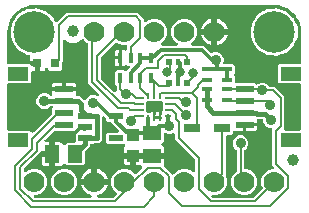
<source format=gbr>
G04 EAGLE Gerber RS-274X export*
G75*
%MOMM*%
%FSLAX34Y34*%
%LPD*%
%INTop Copper*%
%IPPOS*%
%AMOC8*
5,1,8,0,0,1.08239X$1,22.5*%
G01*
%ADD10R,1.240000X1.500000*%
%ADD11R,1.200000X0.550000*%
%ADD12R,1.500000X1.240000*%
%ADD13R,1.000000X1.075000*%
%ADD14R,0.900000X0.450000*%
%ADD15R,0.500000X0.500000*%
%ADD16R,0.400000X0.500000*%
%ADD17C,3.516000*%
%ADD18R,1.550000X0.600000*%
%ADD19R,1.800000X1.200000*%
%ADD20C,1.000000*%
%ADD21R,0.800000X0.800000*%
%ADD22R,0.475000X0.250000*%
%ADD23R,0.250000X0.475000*%
%ADD24R,1.350000X0.800000*%
%ADD25R,0.450000X0.900000*%
%ADD26C,1.778000*%
%ADD27C,0.906400*%
%ADD28C,0.203200*%
%ADD29C,0.406400*%
%ADD30C,0.254000*%
%ADD31C,0.806400*%
%ADD32C,0.304800*%

G36*
X23870Y67061D02*
X23870Y67061D01*
X23989Y67065D01*
X24027Y67076D01*
X24068Y67080D01*
X24180Y67120D01*
X24294Y67153D01*
X24329Y67173D01*
X24367Y67187D01*
X24465Y67254D01*
X24568Y67314D01*
X24613Y67354D01*
X24630Y67366D01*
X24644Y67381D01*
X24689Y67421D01*
X40386Y83118D01*
X40446Y83196D01*
X40514Y83268D01*
X40543Y83321D01*
X40580Y83369D01*
X40620Y83460D01*
X40668Y83546D01*
X40683Y83605D01*
X40707Y83661D01*
X40722Y83759D01*
X40747Y83854D01*
X40753Y83954D01*
X40757Y83975D01*
X40755Y83987D01*
X40757Y84015D01*
X40757Y87763D01*
X40769Y87778D01*
X40858Y87885D01*
X40866Y87904D01*
X40879Y87920D01*
X40934Y88048D01*
X40993Y88173D01*
X40997Y88193D01*
X41005Y88212D01*
X41027Y88349D01*
X41053Y88486D01*
X41052Y88506D01*
X41055Y88526D01*
X41042Y88664D01*
X41033Y88803D01*
X41027Y88822D01*
X41025Y88842D01*
X40978Y88973D01*
X40935Y89105D01*
X40924Y89123D01*
X40918Y89142D01*
X40839Y89257D01*
X40765Y89374D01*
X40750Y89388D01*
X40739Y89405D01*
X40635Y89497D01*
X40533Y89592D01*
X40516Y89602D01*
X40501Y89615D01*
X40377Y89678D01*
X40255Y89746D01*
X40235Y89751D01*
X40217Y89760D01*
X40082Y89790D01*
X39947Y89825D01*
X39919Y89827D01*
X39907Y89830D01*
X39887Y89829D01*
X39786Y89835D01*
X39320Y89835D01*
X39222Y89823D01*
X39123Y89820D01*
X39065Y89803D01*
X39004Y89795D01*
X38912Y89759D01*
X38817Y89731D01*
X38765Y89701D01*
X38709Y89678D01*
X38629Y89620D01*
X38543Y89570D01*
X38468Y89504D01*
X38451Y89492D01*
X38444Y89482D01*
X38422Y89464D01*
X37374Y88415D01*
X34961Y87415D01*
X32349Y87415D01*
X29936Y88415D01*
X28090Y90261D01*
X27090Y92674D01*
X27090Y95286D01*
X28090Y97699D01*
X29936Y99545D01*
X32349Y100545D01*
X34961Y100545D01*
X37374Y99545D01*
X38326Y98593D01*
X38413Y98525D01*
X38450Y98491D01*
X38472Y98479D01*
X38554Y98412D01*
X38566Y98406D01*
X38577Y98398D01*
X38710Y98341D01*
X38843Y98280D01*
X38857Y98277D01*
X38869Y98272D01*
X39013Y98249D01*
X39156Y98223D01*
X39170Y98224D01*
X39183Y98222D01*
X39328Y98236D01*
X39473Y98246D01*
X39486Y98251D01*
X39500Y98252D01*
X39637Y98301D01*
X39775Y98348D01*
X39786Y98355D01*
X39799Y98359D01*
X39920Y98441D01*
X40042Y98521D01*
X40051Y98530D01*
X40062Y98538D01*
X40158Y98647D01*
X40257Y98754D01*
X40264Y98766D01*
X40272Y98776D01*
X40339Y98906D01*
X40408Y99035D01*
X40411Y99048D01*
X40417Y99060D01*
X40449Y99202D01*
X40484Y99343D01*
X40484Y99357D01*
X40487Y99370D01*
X40482Y99516D01*
X40481Y99661D01*
X40477Y99679D01*
X40477Y99688D01*
X40472Y99704D01*
X40463Y99748D01*
X40463Y99754D01*
X40461Y99760D01*
X40449Y99819D01*
X40249Y100566D01*
X40249Y102401D01*
X50310Y102401D01*
X50428Y102416D01*
X50547Y102423D01*
X50554Y102425D01*
X50610Y102411D01*
X50670Y102407D01*
X50690Y102403D01*
X50710Y102405D01*
X50770Y102401D01*
X60831Y102401D01*
X60831Y100566D01*
X60658Y99919D01*
X60628Y99869D01*
X60577Y99747D01*
X60521Y99627D01*
X60516Y99600D01*
X60505Y99576D01*
X60486Y99444D01*
X60461Y99314D01*
X60462Y99288D01*
X60459Y99261D01*
X60472Y99129D01*
X60481Y98997D01*
X60489Y98972D01*
X60492Y98945D01*
X60538Y98820D01*
X60579Y98695D01*
X60593Y98672D01*
X60602Y98647D01*
X60678Y98538D01*
X60749Y98426D01*
X60768Y98407D01*
X60784Y98385D01*
X60884Y98299D01*
X60980Y98208D01*
X61004Y98195D01*
X61024Y98177D01*
X61143Y98118D01*
X61259Y98054D01*
X61285Y98048D01*
X61309Y98036D01*
X61439Y98008D01*
X61567Y97975D01*
X61605Y97973D01*
X61620Y97969D01*
X61642Y97970D01*
X61727Y97965D01*
X63994Y97965D01*
X66746Y95212D01*
X67110Y94848D01*
X67150Y94818D01*
X67183Y94781D01*
X67275Y94721D01*
X67362Y94653D01*
X67407Y94633D01*
X67449Y94606D01*
X67552Y94571D01*
X67653Y94527D01*
X67702Y94519D01*
X67749Y94503D01*
X67859Y94494D01*
X67967Y94477D01*
X68017Y94482D01*
X68066Y94478D01*
X68175Y94497D01*
X68284Y94507D01*
X68331Y94524D01*
X68380Y94532D01*
X68480Y94577D01*
X68583Y94614D01*
X68625Y94642D01*
X68670Y94663D01*
X68755Y94731D01*
X68846Y94793D01*
X68879Y94830D01*
X68918Y94861D01*
X68984Y94949D01*
X69057Y95031D01*
X69080Y95076D01*
X69109Y95115D01*
X69180Y95260D01*
X69492Y96011D01*
X71338Y97858D01*
X73751Y98858D01*
X76363Y98858D01*
X78351Y98034D01*
X78418Y98016D01*
X78482Y97988D01*
X78571Y97974D01*
X78658Y97950D01*
X78727Y97949D01*
X78797Y97938D01*
X78886Y97946D01*
X78976Y97945D01*
X79044Y97961D01*
X79113Y97968D01*
X79198Y97998D01*
X79285Y98019D01*
X79347Y98052D01*
X79412Y98075D01*
X79487Y98126D01*
X79566Y98168D01*
X79618Y98215D01*
X79676Y98254D01*
X79735Y98322D01*
X79802Y98382D01*
X79840Y98440D01*
X79886Y98492D01*
X79927Y98572D01*
X79976Y98648D01*
X79999Y98714D01*
X80031Y98776D01*
X80050Y98863D01*
X80079Y98948D01*
X80085Y99018D01*
X80100Y99086D01*
X80098Y99176D01*
X80105Y99265D01*
X80093Y99334D01*
X80091Y99404D01*
X80066Y99490D01*
X80050Y99579D01*
X80022Y99642D01*
X80002Y99709D01*
X79957Y99787D01*
X79920Y99869D01*
X79876Y99923D01*
X79841Y99983D01*
X79734Y100104D01*
X70865Y108973D01*
X70865Y141939D01*
X70862Y141968D01*
X70864Y141998D01*
X70842Y142126D01*
X70825Y142254D01*
X70815Y142282D01*
X70810Y142311D01*
X70756Y142430D01*
X70708Y142550D01*
X70691Y142574D01*
X70679Y142601D01*
X70598Y142703D01*
X70522Y142808D01*
X70499Y142826D01*
X70480Y142849D01*
X70377Y142927D01*
X70277Y143010D01*
X70250Y143023D01*
X70226Y143041D01*
X70082Y143112D01*
X70013Y143140D01*
X67164Y145989D01*
X67064Y146066D01*
X66969Y146149D01*
X66939Y146164D01*
X66912Y146184D01*
X66797Y146234D01*
X66684Y146290D01*
X66651Y146297D01*
X66620Y146311D01*
X66496Y146330D01*
X66373Y146357D01*
X66340Y146355D01*
X66306Y146360D01*
X66181Y146349D01*
X66056Y146343D01*
X66023Y146334D01*
X65990Y146331D01*
X65871Y146288D01*
X65751Y146252D01*
X65722Y146234D01*
X65690Y146223D01*
X65586Y146152D01*
X65479Y146087D01*
X65455Y146063D01*
X65427Y146044D01*
X65344Y145950D01*
X65256Y145860D01*
X65249Y145850D01*
X60592Y143161D01*
X55232Y143161D01*
X51308Y145427D01*
X51185Y145479D01*
X51066Y145535D01*
X51039Y145540D01*
X51014Y145550D01*
X50883Y145570D01*
X50753Y145595D01*
X50727Y145593D01*
X50700Y145597D01*
X50568Y145583D01*
X50436Y145575D01*
X50410Y145567D01*
X50384Y145564D01*
X50259Y145518D01*
X50134Y145477D01*
X50111Y145462D01*
X50085Y145453D01*
X49977Y145378D01*
X49865Y145307D01*
X49846Y145287D01*
X49824Y145272D01*
X49738Y145172D01*
X49647Y145075D01*
X49634Y145052D01*
X49616Y145031D01*
X49557Y144912D01*
X49493Y144797D01*
X49487Y144771D01*
X49475Y144746D01*
X49447Y144617D01*
X49414Y144489D01*
X49412Y144451D01*
X49408Y144435D01*
X49409Y144413D01*
X49404Y144328D01*
X49404Y127745D01*
X49336Y127673D01*
X49307Y127620D01*
X49270Y127572D01*
X49230Y127481D01*
X49182Y127394D01*
X49167Y127335D01*
X49143Y127280D01*
X49128Y127182D01*
X49103Y127086D01*
X49097Y126986D01*
X49093Y126966D01*
X49095Y126953D01*
X49093Y126925D01*
X49093Y120888D01*
X47902Y119697D01*
X38218Y119697D01*
X37016Y120899D01*
X37008Y120961D01*
X36991Y121113D01*
X36988Y121119D01*
X36987Y121126D01*
X36931Y121269D01*
X36877Y121410D01*
X36873Y121416D01*
X36870Y121422D01*
X36781Y121546D01*
X36693Y121669D01*
X36688Y121674D01*
X36684Y121679D01*
X36565Y121777D01*
X36450Y121875D01*
X36444Y121878D01*
X36439Y121882D01*
X36301Y121947D01*
X36164Y122013D01*
X36157Y122015D01*
X36151Y122018D01*
X36003Y122046D01*
X35852Y122076D01*
X35845Y122076D01*
X35839Y122077D01*
X35687Y122068D01*
X35534Y122060D01*
X35528Y122058D01*
X35521Y122058D01*
X35377Y122011D01*
X35231Y121965D01*
X35225Y121962D01*
X35219Y121960D01*
X35090Y121878D01*
X34960Y121798D01*
X34956Y121793D01*
X34950Y121789D01*
X34845Y121678D01*
X34740Y121569D01*
X34737Y121563D01*
X34732Y121558D01*
X34658Y121424D01*
X34583Y121292D01*
X34581Y121283D01*
X34578Y121279D01*
X34576Y121269D01*
X34532Y121139D01*
X34428Y120749D01*
X34093Y120170D01*
X33620Y119697D01*
X33041Y119362D01*
X32394Y119189D01*
X30059Y119189D01*
X30059Y125000D01*
X30044Y125118D01*
X30037Y125237D01*
X30024Y125275D01*
X30019Y125315D01*
X29976Y125426D01*
X29939Y125539D01*
X29917Y125573D01*
X29902Y125611D01*
X29833Y125707D01*
X29769Y125808D01*
X29739Y125836D01*
X29716Y125868D01*
X29624Y125944D01*
X29537Y126026D01*
X29502Y126045D01*
X29471Y126071D01*
X29363Y126122D01*
X29259Y126179D01*
X29219Y126189D01*
X29183Y126207D01*
X29066Y126229D01*
X28951Y126259D01*
X28891Y126263D01*
X28871Y126266D01*
X28850Y126265D01*
X28790Y126269D01*
X28599Y126269D01*
X28599Y126460D01*
X28584Y126578D01*
X28577Y126697D01*
X28564Y126735D01*
X28559Y126776D01*
X28515Y126886D01*
X28479Y126999D01*
X28457Y127034D01*
X28442Y127071D01*
X28372Y127167D01*
X28309Y127268D01*
X28279Y127296D01*
X28255Y127329D01*
X28164Y127405D01*
X28077Y127486D01*
X28042Y127506D01*
X28010Y127531D01*
X27903Y127582D01*
X27798Y127640D01*
X27759Y127650D01*
X27723Y127667D01*
X27606Y127689D01*
X27490Y127719D01*
X27430Y127723D01*
X27410Y127727D01*
X27390Y127725D01*
X27330Y127729D01*
X21519Y127729D01*
X21519Y130064D01*
X21692Y130711D01*
X21899Y131068D01*
X21916Y131108D01*
X21939Y131144D01*
X21977Y131254D01*
X22022Y131362D01*
X22028Y131404D01*
X22042Y131445D01*
X22052Y131561D01*
X22069Y131676D01*
X22064Y131719D01*
X22068Y131762D01*
X22048Y131877D01*
X22036Y131992D01*
X22021Y132033D01*
X22013Y132075D01*
X21965Y132181D01*
X21925Y132291D01*
X21900Y132326D01*
X21883Y132365D01*
X21810Y132456D01*
X21743Y132552D01*
X21711Y132580D01*
X21684Y132613D01*
X21591Y132684D01*
X21503Y132760D01*
X21464Y132779D01*
X21430Y132805D01*
X21285Y132876D01*
X20951Y133014D01*
X20852Y133041D01*
X20757Y133077D01*
X20665Y133092D01*
X20644Y133098D01*
X20631Y133098D01*
X20598Y133104D01*
X19179Y133253D01*
X16215Y134964D01*
X16213Y134965D01*
X16210Y134967D01*
X16066Y135038D01*
X14290Y135773D01*
X13693Y136370D01*
X13626Y136422D01*
X13565Y136483D01*
X13451Y136558D01*
X13442Y136565D01*
X13438Y136567D01*
X13431Y136572D01*
X11929Y137439D01*
X10139Y139903D01*
X10126Y139917D01*
X10116Y139933D01*
X10009Y140054D01*
X8773Y141290D01*
X8357Y142296D01*
X8322Y142356D01*
X8297Y142420D01*
X8211Y142556D01*
X7008Y144211D01*
X6447Y146849D01*
X6436Y146883D01*
X6431Y146919D01*
X6379Y147071D01*
X5787Y148499D01*
X5787Y149822D01*
X5781Y149874D01*
X5783Y149926D01*
X5760Y150086D01*
X5268Y152400D01*
X5760Y154714D01*
X5764Y154767D01*
X5777Y154817D01*
X5787Y154978D01*
X5787Y156301D01*
X6379Y157729D01*
X6388Y157763D01*
X6404Y157795D01*
X6447Y157951D01*
X7008Y160589D01*
X8211Y162244D01*
X8228Y162275D01*
X8248Y162299D01*
X8261Y162327D01*
X8286Y162360D01*
X8357Y162504D01*
X8773Y163510D01*
X10009Y164746D01*
X10021Y164761D01*
X10036Y164773D01*
X10139Y164897D01*
X11929Y167361D01*
X13431Y168228D01*
X13499Y168280D01*
X13573Y168324D01*
X13651Y168392D01*
X13661Y168400D01*
X13667Y168406D01*
X13675Y168414D01*
X13684Y168421D01*
X13687Y168424D01*
X13693Y168430D01*
X14290Y169027D01*
X16066Y169762D01*
X16068Y169764D01*
X16071Y169764D01*
X16215Y169836D01*
X18972Y171428D01*
X18993Y171444D01*
X19017Y171455D01*
X19119Y171540D01*
X19166Y171575D01*
X19203Y171568D01*
X19229Y171569D01*
X19256Y171565D01*
X19416Y171572D01*
X20598Y171696D01*
X20698Y171720D01*
X20799Y171734D01*
X20887Y171764D01*
X20908Y171769D01*
X20920Y171775D01*
X20951Y171786D01*
X21499Y172013D01*
X23543Y172013D01*
X23560Y172015D01*
X23676Y172020D01*
X27504Y172422D01*
X28573Y172075D01*
X28690Y172053D01*
X28805Y172023D01*
X28865Y172019D01*
X28885Y172015D01*
X28906Y172017D01*
X28965Y172013D01*
X29301Y172013D01*
X31209Y171222D01*
X31230Y171217D01*
X31303Y171188D01*
X35466Y169835D01*
X36078Y169285D01*
X36189Y169207D01*
X36297Y169126D01*
X36327Y169111D01*
X36339Y169103D01*
X36359Y169096D01*
X36441Y169055D01*
X36510Y169027D01*
X37805Y167732D01*
X37819Y167721D01*
X37853Y167686D01*
X41687Y164234D01*
X41900Y163756D01*
X41979Y163626D01*
X42250Y162971D01*
X42255Y162962D01*
X42263Y162941D01*
X42931Y161441D01*
X42948Y161412D01*
X42959Y161381D01*
X43030Y161277D01*
X43096Y161169D01*
X43119Y161146D01*
X43138Y161118D01*
X43233Y161035D01*
X43323Y160946D01*
X43351Y160930D01*
X43376Y160908D01*
X43489Y160850D01*
X43598Y160787D01*
X43630Y160778D01*
X43659Y160763D01*
X43783Y160735D01*
X43904Y160701D01*
X43938Y160701D01*
X43970Y160693D01*
X44096Y160697D01*
X44222Y160695D01*
X44255Y160702D01*
X44288Y160703D01*
X44409Y160738D01*
X44532Y160767D01*
X44561Y160782D01*
X44593Y160791D01*
X44702Y160856D01*
X44814Y160914D01*
X44839Y160936D01*
X44867Y160953D01*
X44988Y161059D01*
X45464Y161535D01*
X52712Y168784D01*
X112388Y168784D01*
X117984Y163188D01*
X117984Y161895D01*
X118001Y161757D01*
X118014Y161619D01*
X118021Y161600D01*
X118024Y161579D01*
X118075Y161450D01*
X118122Y161319D01*
X118133Y161303D01*
X118141Y161284D01*
X118222Y161172D01*
X118300Y161056D01*
X118316Y161043D01*
X118327Y161026D01*
X118435Y160938D01*
X118539Y160846D01*
X118557Y160837D01*
X118572Y160824D01*
X118698Y160764D01*
X118822Y160701D01*
X118842Y160697D01*
X118860Y160688D01*
X118997Y160662D01*
X119132Y160632D01*
X119153Y160632D01*
X119172Y160628D01*
X119311Y160637D01*
X119450Y160641D01*
X119470Y160647D01*
X119490Y160648D01*
X119622Y160691D01*
X119756Y160730D01*
X119773Y160740D01*
X119792Y160746D01*
X119910Y160820D01*
X120030Y160891D01*
X120051Y160910D01*
X120061Y160916D01*
X120075Y160931D01*
X120150Y160998D01*
X120813Y161660D01*
X124827Y163323D01*
X129173Y163323D01*
X133187Y161660D01*
X136260Y158587D01*
X137923Y154573D01*
X137923Y150227D01*
X136260Y146213D01*
X133058Y143010D01*
X132972Y142901D01*
X132884Y142794D01*
X132875Y142775D01*
X132863Y142759D01*
X132807Y142631D01*
X132748Y142506D01*
X132744Y142486D01*
X132736Y142467D01*
X132714Y142329D01*
X132688Y142193D01*
X132690Y142173D01*
X132686Y142153D01*
X132699Y142014D01*
X132708Y141876D01*
X132714Y141857D01*
X132716Y141837D01*
X132763Y141705D01*
X132806Y141574D01*
X132817Y141556D01*
X132824Y141537D01*
X132902Y141422D01*
X132976Y141305D01*
X132991Y141291D01*
X133002Y141274D01*
X133107Y141182D01*
X133208Y141087D01*
X133226Y141077D01*
X133241Y141064D01*
X133365Y141000D01*
X133486Y140933D01*
X133506Y140928D01*
X133524Y140919D01*
X133660Y140889D01*
X133794Y140854D01*
X133822Y140852D01*
X133834Y140849D01*
X133855Y140850D01*
X133955Y140844D01*
X145445Y140844D01*
X145582Y140861D01*
X145721Y140874D01*
X145740Y140881D01*
X145761Y140884D01*
X145889Y140935D01*
X146021Y140982D01*
X146037Y140993D01*
X146056Y141001D01*
X146169Y141082D01*
X146284Y141160D01*
X146297Y141176D01*
X146314Y141187D01*
X146402Y141295D01*
X146494Y141399D01*
X146503Y141417D01*
X146516Y141432D01*
X146576Y141558D01*
X146639Y141682D01*
X146643Y141702D01*
X146652Y141720D01*
X146678Y141856D01*
X146708Y141992D01*
X146708Y142013D01*
X146712Y142032D01*
X146703Y142171D01*
X146699Y142310D01*
X146693Y142330D01*
X146692Y142350D01*
X146649Y142482D01*
X146610Y142616D01*
X146600Y142633D01*
X146594Y142652D01*
X146519Y142770D01*
X146449Y142890D01*
X146430Y142911D01*
X146424Y142921D01*
X146409Y142935D01*
X146342Y143010D01*
X143140Y146213D01*
X141477Y150227D01*
X141477Y154573D01*
X143140Y158587D01*
X146213Y161660D01*
X150227Y163323D01*
X154573Y163323D01*
X158587Y161660D01*
X161660Y158587D01*
X163323Y154573D01*
X163323Y150227D01*
X161660Y146213D01*
X158458Y143010D01*
X158372Y142901D01*
X158284Y142794D01*
X158275Y142775D01*
X158263Y142759D01*
X158207Y142631D01*
X158148Y142506D01*
X158144Y142486D01*
X158136Y142467D01*
X158114Y142329D01*
X158088Y142193D01*
X158090Y142173D01*
X158086Y142153D01*
X158099Y142014D01*
X158108Y141876D01*
X158114Y141857D01*
X158116Y141837D01*
X158163Y141705D01*
X158206Y141574D01*
X158217Y141556D01*
X158224Y141537D01*
X158302Y141422D01*
X158376Y141305D01*
X158391Y141291D01*
X158402Y141274D01*
X158507Y141182D01*
X158608Y141087D01*
X158626Y141077D01*
X158641Y141064D01*
X158765Y141000D01*
X158886Y140933D01*
X158906Y140928D01*
X158924Y140919D01*
X159060Y140889D01*
X159194Y140854D01*
X159222Y140852D01*
X159234Y140849D01*
X159255Y140850D01*
X159355Y140844D01*
X168769Y140844D01*
X174727Y134886D01*
X174751Y134868D01*
X174770Y134845D01*
X174876Y134771D01*
X174978Y134691D01*
X175006Y134679D01*
X175030Y134662D01*
X175151Y134616D01*
X175270Y134565D01*
X175299Y134560D01*
X175327Y134549D01*
X175456Y134535D01*
X175584Y134515D01*
X175614Y134517D01*
X175643Y134514D01*
X175772Y134532D01*
X175901Y134545D01*
X175929Y134555D01*
X175958Y134559D01*
X176110Y134611D01*
X177764Y135296D01*
X180376Y135296D01*
X182789Y134296D01*
X184635Y132450D01*
X185635Y130037D01*
X185635Y127425D01*
X185348Y126734D01*
X185335Y126686D01*
X185314Y126641D01*
X185293Y126533D01*
X185264Y126427D01*
X185264Y126377D01*
X185254Y126328D01*
X185261Y126219D01*
X185259Y126109D01*
X185271Y126061D01*
X185274Y126011D01*
X185308Y125907D01*
X185333Y125800D01*
X185357Y125756D01*
X185372Y125709D01*
X185431Y125616D01*
X185482Y125519D01*
X185516Y125482D01*
X185542Y125440D01*
X185622Y125365D01*
X185696Y125283D01*
X185738Y125256D01*
X185774Y125222D01*
X185870Y125169D01*
X185962Y125109D01*
X186009Y125092D01*
X186052Y125068D01*
X186159Y125041D01*
X186263Y125005D01*
X186312Y125001D01*
X186360Y124989D01*
X186521Y124979D01*
X193674Y124979D01*
X194865Y123788D01*
X194865Y117604D01*
X194354Y117094D01*
X194281Y117000D01*
X194202Y116910D01*
X194184Y116874D01*
X194159Y116842D01*
X194112Y116733D01*
X194058Y116627D01*
X194049Y116588D01*
X194033Y116550D01*
X194014Y116433D01*
X193988Y116317D01*
X193989Y116276D01*
X193983Y116236D01*
X193994Y116118D01*
X193998Y115999D01*
X194009Y115960D01*
X194013Y115920D01*
X194053Y115808D01*
X194086Y115693D01*
X194107Y115658D01*
X194120Y115620D01*
X194187Y115522D01*
X194248Y115419D01*
X194288Y115374D01*
X194299Y115357D01*
X194314Y115344D01*
X194354Y115299D01*
X194865Y114788D01*
X194865Y110202D01*
X194880Y110084D01*
X194887Y109965D01*
X194900Y109927D01*
X194905Y109886D01*
X194948Y109776D01*
X194985Y109663D01*
X195007Y109628D01*
X195022Y109591D01*
X195091Y109495D01*
X195155Y109394D01*
X195185Y109366D01*
X195208Y109333D01*
X195300Y109257D01*
X195387Y109176D01*
X195422Y109156D01*
X195453Y109131D01*
X195561Y109080D01*
X195665Y109022D01*
X195705Y109012D01*
X195741Y108995D01*
X195858Y108973D01*
X195973Y108943D01*
X196033Y108939D01*
X196053Y108935D01*
X196074Y108937D01*
X196134Y108933D01*
X212052Y108933D01*
X212738Y108247D01*
X212832Y108174D01*
X212921Y108095D01*
X212957Y108077D01*
X212989Y108052D01*
X213098Y108005D01*
X213204Y107950D01*
X213244Y107942D01*
X213281Y107926D01*
X213399Y107907D01*
X213515Y107881D01*
X213555Y107882D01*
X213595Y107876D01*
X213714Y107887D01*
X213833Y107890D01*
X213871Y107902D01*
X213912Y107905D01*
X214024Y107946D01*
X214138Y107979D01*
X214173Y107999D01*
X214211Y108013D01*
X214310Y108080D01*
X214412Y108140D01*
X214457Y108180D01*
X214474Y108192D01*
X214488Y108207D01*
X214533Y108247D01*
X214721Y108435D01*
X217134Y109435D01*
X219746Y109435D01*
X222159Y108435D01*
X224045Y106549D01*
X224051Y106539D01*
X224116Y106426D01*
X224136Y106405D01*
X224152Y106380D01*
X224247Y106291D01*
X224337Y106198D01*
X224362Y106182D01*
X224384Y106162D01*
X224497Y106099D01*
X224608Y106031D01*
X224636Y106023D01*
X224662Y106008D01*
X224788Y105976D01*
X224912Y105938D01*
X224941Y105936D01*
X224970Y105929D01*
X225131Y105919D01*
X228847Y105919D01*
X236983Y97783D01*
X236983Y71381D01*
X236701Y71100D01*
X236616Y70990D01*
X236527Y70883D01*
X236519Y70864D01*
X236506Y70848D01*
X236451Y70720D01*
X236392Y70595D01*
X236388Y70575D01*
X236380Y70556D01*
X236358Y70418D01*
X236332Y70282D01*
X236333Y70262D01*
X236330Y70242D01*
X236343Y70103D01*
X236352Y69965D01*
X236358Y69946D01*
X236360Y69926D01*
X236407Y69795D01*
X236450Y69663D01*
X236460Y69645D01*
X236467Y69626D01*
X236545Y69512D01*
X236620Y69394D01*
X236635Y69380D01*
X236646Y69363D01*
X236750Y69271D01*
X236851Y69176D01*
X236869Y69166D01*
X236884Y69153D01*
X237008Y69090D01*
X237130Y69022D01*
X237149Y69017D01*
X237168Y69008D01*
X237303Y68978D01*
X237438Y68943D01*
X237466Y68941D01*
X237478Y68938D01*
X237498Y68939D01*
X237599Y68933D01*
X250190Y68933D01*
X250308Y68948D01*
X250427Y68955D01*
X250465Y68968D01*
X250506Y68973D01*
X250616Y69016D01*
X250729Y69053D01*
X250764Y69075D01*
X250801Y69090D01*
X250897Y69159D01*
X250998Y69223D01*
X251026Y69253D01*
X251059Y69276D01*
X251135Y69368D01*
X251216Y69455D01*
X251236Y69490D01*
X251261Y69521D01*
X251312Y69629D01*
X251370Y69733D01*
X251380Y69773D01*
X251397Y69809D01*
X251419Y69926D01*
X251449Y70041D01*
X251453Y70101D01*
X251457Y70121D01*
X251455Y70142D01*
X251459Y70202D01*
X251459Y107598D01*
X251444Y107716D01*
X251437Y107835D01*
X251424Y107873D01*
X251419Y107914D01*
X251376Y108024D01*
X251339Y108137D01*
X251317Y108172D01*
X251302Y108209D01*
X251233Y108305D01*
X251169Y108406D01*
X251139Y108434D01*
X251116Y108467D01*
X251024Y108543D01*
X250937Y108624D01*
X250902Y108644D01*
X250871Y108669D01*
X250763Y108720D01*
X250659Y108778D01*
X250619Y108788D01*
X250583Y108805D01*
X250466Y108827D01*
X250351Y108857D01*
X250291Y108861D01*
X250271Y108865D01*
X250250Y108863D01*
X250190Y108867D01*
X232618Y108867D01*
X231427Y110058D01*
X231427Y123742D01*
X232618Y124933D01*
X250190Y124933D01*
X250308Y124948D01*
X250427Y124955D01*
X250465Y124968D01*
X250506Y124973D01*
X250616Y125016D01*
X250729Y125053D01*
X250764Y125075D01*
X250801Y125090D01*
X250897Y125159D01*
X250998Y125223D01*
X251026Y125253D01*
X251059Y125276D01*
X251135Y125368D01*
X251216Y125455D01*
X251236Y125490D01*
X251261Y125521D01*
X251312Y125629D01*
X251370Y125733D01*
X251380Y125773D01*
X251397Y125809D01*
X251419Y125926D01*
X251449Y126041D01*
X251453Y126101D01*
X251457Y126121D01*
X251455Y126142D01*
X251459Y126202D01*
X251459Y152400D01*
X251457Y152422D01*
X251455Y152500D01*
X251190Y155877D01*
X251176Y155945D01*
X251171Y156014D01*
X251131Y156170D01*
X249044Y162594D01*
X248993Y162701D01*
X248950Y162812D01*
X248917Y162863D01*
X248909Y162882D01*
X248896Y162897D01*
X248864Y162948D01*
X247171Y165278D01*
X247153Y165297D01*
X247139Y165320D01*
X247044Y165413D01*
X246953Y165509D01*
X246931Y165524D01*
X246912Y165542D01*
X246798Y165608D01*
X246792Y165624D01*
X246789Y165651D01*
X246740Y165775D01*
X246697Y165900D01*
X246682Y165922D01*
X246672Y165947D01*
X246586Y166083D01*
X244893Y168413D01*
X244812Y168499D01*
X244736Y168591D01*
X244690Y168629D01*
X244676Y168644D01*
X244658Y168655D01*
X244612Y168693D01*
X239148Y172664D01*
X239044Y172721D01*
X238944Y172785D01*
X238887Y172807D01*
X238869Y172817D01*
X238849Y172822D01*
X238794Y172844D01*
X232370Y174931D01*
X232302Y174944D01*
X232236Y174967D01*
X232077Y174990D01*
X228700Y175255D01*
X228678Y175254D01*
X228600Y175259D01*
X25400Y175259D01*
X25378Y175257D01*
X25300Y175255D01*
X21923Y174990D01*
X21855Y174976D01*
X21786Y174971D01*
X21630Y174931D01*
X18892Y174041D01*
X18867Y174030D01*
X18841Y174024D01*
X18724Y173963D01*
X18604Y173906D01*
X18583Y173889D01*
X18560Y173877D01*
X18462Y173789D01*
X18445Y173788D01*
X18418Y173793D01*
X18286Y173785D01*
X18153Y173783D01*
X18128Y173775D01*
X18101Y173774D01*
X17945Y173734D01*
X15206Y172844D01*
X15099Y172794D01*
X14988Y172750D01*
X14937Y172717D01*
X14918Y172709D01*
X14903Y172696D01*
X14852Y172664D01*
X9388Y168693D01*
X9301Y168612D01*
X9209Y168536D01*
X9171Y168490D01*
X9156Y168476D01*
X9145Y168458D01*
X9107Y168412D01*
X5136Y162948D01*
X5079Y162844D01*
X5015Y162744D01*
X4993Y162687D01*
X4983Y162669D01*
X4978Y162649D01*
X4956Y162594D01*
X2869Y156170D01*
X2856Y156102D01*
X2833Y156036D01*
X2810Y155877D01*
X2545Y152500D01*
X2546Y152478D01*
X2541Y152400D01*
X2541Y126202D01*
X2556Y126084D01*
X2563Y125965D01*
X2576Y125927D01*
X2581Y125886D01*
X2624Y125776D01*
X2661Y125663D01*
X2683Y125628D01*
X2698Y125591D01*
X2767Y125495D01*
X2831Y125394D01*
X2861Y125366D01*
X2884Y125333D01*
X2976Y125257D01*
X3063Y125176D01*
X3098Y125156D01*
X3129Y125131D01*
X3237Y125080D01*
X3341Y125022D01*
X3381Y125012D01*
X3417Y124995D01*
X3534Y124973D01*
X3649Y124943D01*
X3709Y124939D01*
X3729Y124935D01*
X3750Y124937D01*
X3810Y124933D01*
X21382Y124933D01*
X22212Y124102D01*
X22291Y124042D01*
X22363Y123974D01*
X22416Y123945D01*
X22464Y123908D01*
X22555Y123868D01*
X22641Y123820D01*
X22700Y123805D01*
X22755Y123781D01*
X22853Y123766D01*
X22949Y123741D01*
X23049Y123735D01*
X23069Y123731D01*
X23082Y123732D01*
X23110Y123731D01*
X26061Y123731D01*
X26061Y119189D01*
X23842Y119189D01*
X23724Y119174D01*
X23605Y119167D01*
X23567Y119154D01*
X23526Y119149D01*
X23416Y119106D01*
X23303Y119069D01*
X23268Y119047D01*
X23231Y119032D01*
X23135Y118963D01*
X23034Y118899D01*
X23006Y118869D01*
X22973Y118846D01*
X22897Y118754D01*
X22816Y118667D01*
X22796Y118632D01*
X22771Y118601D01*
X22720Y118493D01*
X22662Y118389D01*
X22652Y118349D01*
X22635Y118313D01*
X22613Y118196D01*
X22583Y118081D01*
X22579Y118021D01*
X22575Y118001D01*
X22577Y117980D01*
X22573Y117920D01*
X22573Y110058D01*
X21382Y108867D01*
X3810Y108867D01*
X3692Y108852D01*
X3573Y108845D01*
X3535Y108832D01*
X3494Y108827D01*
X3384Y108784D01*
X3271Y108747D01*
X3236Y108725D01*
X3199Y108710D01*
X3103Y108641D01*
X3002Y108577D01*
X2974Y108547D01*
X2941Y108524D01*
X2865Y108432D01*
X2784Y108345D01*
X2764Y108310D01*
X2739Y108279D01*
X2688Y108171D01*
X2630Y108067D01*
X2620Y108027D01*
X2603Y107991D01*
X2581Y107874D01*
X2551Y107759D01*
X2547Y107699D01*
X2543Y107679D01*
X2545Y107658D01*
X2541Y107598D01*
X2541Y70202D01*
X2556Y70084D01*
X2563Y69965D01*
X2576Y69927D01*
X2581Y69886D01*
X2624Y69776D01*
X2661Y69663D01*
X2683Y69628D01*
X2698Y69591D01*
X2767Y69495D01*
X2831Y69394D01*
X2861Y69366D01*
X2884Y69333D01*
X2976Y69257D01*
X3063Y69176D01*
X3098Y69156D01*
X3129Y69131D01*
X3237Y69080D01*
X3341Y69022D01*
X3381Y69012D01*
X3417Y68995D01*
X3534Y68973D01*
X3649Y68943D01*
X3709Y68939D01*
X3729Y68935D01*
X3750Y68937D01*
X3810Y68933D01*
X21382Y68933D01*
X22894Y67421D01*
X22988Y67348D01*
X23077Y67269D01*
X23113Y67251D01*
X23145Y67226D01*
X23254Y67179D01*
X23360Y67125D01*
X23400Y67116D01*
X23437Y67100D01*
X23555Y67081D01*
X23671Y67055D01*
X23711Y67056D01*
X23751Y67050D01*
X23870Y67061D01*
G37*
G36*
X72744Y11954D02*
X72744Y11954D01*
X72863Y11961D01*
X72901Y11974D01*
X72941Y11979D01*
X73052Y12022D01*
X73165Y12059D01*
X73199Y12081D01*
X73236Y12096D01*
X73333Y12166D01*
X73434Y12230D01*
X73461Y12259D01*
X73494Y12282D01*
X73570Y12374D01*
X73652Y12461D01*
X73671Y12497D01*
X73697Y12527D01*
X73747Y12635D01*
X73805Y12740D01*
X73815Y12779D01*
X73832Y12815D01*
X73854Y12932D01*
X73884Y13048D01*
X73884Y13088D01*
X73892Y13127D01*
X73884Y13247D01*
X73885Y13366D01*
X73875Y13405D01*
X73872Y13445D01*
X73835Y13558D01*
X73806Y13674D01*
X73786Y13709D01*
X73774Y13747D01*
X73710Y13848D01*
X73653Y13953D01*
X73625Y13982D01*
X73604Y14016D01*
X73517Y14098D01*
X73435Y14185D01*
X73402Y14207D01*
X73372Y14234D01*
X73268Y14292D01*
X73167Y14356D01*
X73112Y14378D01*
X73094Y14388D01*
X73074Y14393D01*
X73017Y14415D01*
X71812Y14807D01*
X70209Y15623D01*
X68753Y16681D01*
X67481Y17953D01*
X66423Y19409D01*
X65607Y21012D01*
X65051Y22723D01*
X65023Y22901D01*
X74970Y22901D01*
X75088Y22916D01*
X75207Y22923D01*
X75245Y22935D01*
X75285Y22941D01*
X75396Y22984D01*
X75509Y23021D01*
X75543Y23043D01*
X75581Y23058D01*
X75677Y23127D01*
X75778Y23191D01*
X75806Y23221D01*
X75838Y23244D01*
X75914Y23336D01*
X75996Y23423D01*
X76015Y23458D01*
X76041Y23489D01*
X76092Y23597D01*
X76149Y23701D01*
X76159Y23741D01*
X76177Y23777D01*
X76197Y23884D01*
X76201Y23854D01*
X76245Y23744D01*
X76281Y23631D01*
X76303Y23596D01*
X76318Y23559D01*
X76388Y23462D01*
X76451Y23362D01*
X76481Y23334D01*
X76505Y23301D01*
X76596Y23225D01*
X76683Y23144D01*
X76718Y23124D01*
X76750Y23099D01*
X76857Y23048D01*
X76962Y22990D01*
X77001Y22980D01*
X77037Y22963D01*
X77154Y22941D01*
X77270Y22911D01*
X77330Y22907D01*
X77350Y22903D01*
X77370Y22905D01*
X77430Y22901D01*
X87377Y22901D01*
X87349Y22723D01*
X86793Y21012D01*
X85977Y19409D01*
X84919Y17953D01*
X83647Y16681D01*
X82191Y15623D01*
X80588Y14807D01*
X79383Y14415D01*
X79275Y14364D01*
X79164Y14320D01*
X79131Y14297D01*
X79095Y14280D01*
X79003Y14204D01*
X78906Y14134D01*
X78881Y14103D01*
X78850Y14077D01*
X78780Y13981D01*
X78703Y13889D01*
X78686Y13852D01*
X78663Y13820D01*
X78619Y13709D01*
X78568Y13601D01*
X78560Y13561D01*
X78546Y13524D01*
X78531Y13406D01*
X78508Y13288D01*
X78511Y13248D01*
X78506Y13209D01*
X78520Y13090D01*
X78528Y12971D01*
X78540Y12933D01*
X78545Y12893D01*
X78589Y12782D01*
X78626Y12669D01*
X78647Y12635D01*
X78662Y12597D01*
X78732Y12501D01*
X78796Y12400D01*
X78825Y12372D01*
X78849Y12340D01*
X78941Y12264D01*
X79028Y12182D01*
X79063Y12163D01*
X79094Y12137D01*
X79202Y12086D01*
X79306Y12028D01*
X79345Y12018D01*
X79381Y12001D01*
X79499Y11979D01*
X79614Y11949D01*
X79674Y11945D01*
X79694Y11941D01*
X79714Y11943D01*
X79775Y11939D01*
X92191Y11939D01*
X92290Y11951D01*
X92389Y11954D01*
X92447Y11971D01*
X92507Y11979D01*
X92599Y12015D01*
X92694Y12043D01*
X92746Y12073D01*
X92803Y12096D01*
X92883Y12154D01*
X92968Y12204D01*
X93043Y12270D01*
X93060Y12282D01*
X93068Y12292D01*
X93089Y12310D01*
X95268Y14490D01*
X95341Y14584D01*
X95420Y14673D01*
X95438Y14709D01*
X95463Y14741D01*
X95511Y14851D01*
X95565Y14956D01*
X95573Y14996D01*
X95589Y15033D01*
X95608Y15151D01*
X95634Y15267D01*
X95633Y15307D01*
X95639Y15347D01*
X95628Y15466D01*
X95625Y15584D01*
X95613Y15623D01*
X95610Y15664D01*
X95569Y15776D01*
X95536Y15890D01*
X95516Y15925D01*
X95502Y15963D01*
X95435Y16062D01*
X95375Y16164D01*
X95335Y16209D01*
X95323Y16226D01*
X95308Y16240D01*
X95268Y16285D01*
X92340Y19213D01*
X90677Y23227D01*
X90677Y27573D01*
X92340Y31587D01*
X95413Y34660D01*
X99427Y36323D01*
X103773Y36323D01*
X107787Y34660D01*
X110052Y32395D01*
X110147Y32321D01*
X110236Y32243D01*
X110272Y32224D01*
X110304Y32200D01*
X110413Y32152D01*
X110519Y32098D01*
X110558Y32089D01*
X110596Y32073D01*
X110713Y32055D01*
X110829Y32029D01*
X110870Y32030D01*
X110910Y32023D01*
X111028Y32035D01*
X111147Y32038D01*
X111186Y32049D01*
X111226Y32053D01*
X111339Y32094D01*
X111453Y32127D01*
X111487Y32147D01*
X111526Y32161D01*
X111624Y32228D01*
X111727Y32288D01*
X111772Y32328D01*
X111789Y32339D01*
X111802Y32355D01*
X111847Y32395D01*
X116629Y37176D01*
X116706Y37275D01*
X116788Y37370D01*
X116803Y37400D01*
X116823Y37427D01*
X116874Y37543D01*
X116929Y37655D01*
X116936Y37688D01*
X116950Y37719D01*
X116970Y37843D01*
X116996Y37966D01*
X116994Y37999D01*
X117000Y38033D01*
X116988Y38158D01*
X116983Y38284D01*
X116973Y38316D01*
X116970Y38349D01*
X116927Y38468D01*
X116891Y38588D01*
X116874Y38617D01*
X116862Y38649D01*
X116792Y38753D01*
X116727Y38860D01*
X116703Y38884D01*
X116684Y38912D01*
X116589Y38995D01*
X116500Y39083D01*
X116459Y39110D01*
X116445Y39122D01*
X116426Y39132D01*
X116366Y39172D01*
X116162Y39290D01*
X115768Y39684D01*
X115685Y39748D01*
X115607Y39820D01*
X115560Y39846D01*
X115517Y39879D01*
X115420Y39921D01*
X115327Y39971D01*
X115275Y39983D01*
X115225Y40005D01*
X115120Y40022D01*
X115018Y40047D01*
X114964Y40046D01*
X114911Y40055D01*
X114806Y40045D01*
X114700Y40044D01*
X114616Y40027D01*
X114594Y40025D01*
X114580Y40020D01*
X114542Y40012D01*
X113919Y39845D01*
X111084Y39845D01*
X111084Y45262D01*
X116611Y45262D01*
X116648Y45227D01*
X116683Y45207D01*
X116714Y45182D01*
X116822Y45131D01*
X116926Y45073D01*
X116966Y45063D01*
X117002Y45046D01*
X117119Y45024D01*
X117234Y44994D01*
X117294Y44990D01*
X117314Y44986D01*
X117335Y44988D01*
X117395Y44984D01*
X123952Y44984D01*
X124070Y44999D01*
X124189Y45006D01*
X124227Y45019D01*
X124267Y45024D01*
X124378Y45067D01*
X124491Y45104D01*
X124526Y45126D01*
X124563Y45141D01*
X124659Y45211D01*
X124760Y45274D01*
X124788Y45304D01*
X124820Y45328D01*
X124896Y45419D01*
X124978Y45506D01*
X124997Y45541D01*
X125023Y45572D01*
X125074Y45680D01*
X125131Y45784D01*
X125142Y45824D01*
X125159Y45860D01*
X125181Y45977D01*
X125211Y46092D01*
X125215Y46153D01*
X125219Y46173D01*
X125217Y46193D01*
X125221Y46253D01*
X125221Y48793D01*
X125206Y48911D01*
X125199Y49030D01*
X125186Y49068D01*
X125181Y49108D01*
X125137Y49219D01*
X125101Y49332D01*
X125079Y49367D01*
X125064Y49404D01*
X124994Y49500D01*
X124931Y49601D01*
X124901Y49629D01*
X124877Y49661D01*
X124786Y49737D01*
X124699Y49819D01*
X124664Y49838D01*
X124632Y49864D01*
X124525Y49915D01*
X124421Y49972D01*
X124381Y49983D01*
X124345Y50000D01*
X124228Y50022D01*
X124113Y50052D01*
X124052Y50056D01*
X124032Y50060D01*
X124012Y50058D01*
X123952Y50062D01*
X114593Y50062D01*
X114485Y50113D01*
X114381Y50171D01*
X114341Y50181D01*
X114305Y50198D01*
X114188Y50220D01*
X114073Y50250D01*
X114012Y50254D01*
X113992Y50258D01*
X113972Y50256D01*
X113912Y50260D01*
X109815Y50260D01*
X109697Y50245D01*
X109578Y50238D01*
X109540Y50225D01*
X109500Y50220D01*
X109389Y50177D01*
X109276Y50140D01*
X109242Y50118D01*
X109204Y50103D01*
X109108Y50034D01*
X109007Y49970D01*
X108979Y49940D01*
X108947Y49917D01*
X108871Y49825D01*
X108789Y49738D01*
X108770Y49703D01*
X108744Y49672D01*
X108693Y49564D01*
X108636Y49460D01*
X108626Y49420D01*
X108608Y49384D01*
X108588Y49277D01*
X108584Y49307D01*
X108540Y49417D01*
X108504Y49530D01*
X108482Y49565D01*
X108467Y49602D01*
X108397Y49698D01*
X108334Y49799D01*
X108304Y49827D01*
X108280Y49860D01*
X108189Y49936D01*
X108102Y50017D01*
X108067Y50037D01*
X108035Y50062D01*
X107928Y50113D01*
X107823Y50171D01*
X107784Y50181D01*
X107748Y50198D01*
X107631Y50220D01*
X107515Y50250D01*
X107455Y50254D01*
X107435Y50258D01*
X107415Y50256D01*
X107355Y50260D01*
X101044Y50260D01*
X101044Y53470D01*
X101217Y54117D01*
X101552Y54696D01*
X102100Y55244D01*
X102146Y55277D01*
X102154Y55288D01*
X102165Y55295D01*
X102255Y55409D01*
X102349Y55522D01*
X102354Y55534D01*
X102362Y55544D01*
X102422Y55678D01*
X102484Y55810D01*
X102487Y55823D01*
X102492Y55835D01*
X102517Y55979D01*
X102544Y56123D01*
X102543Y56136D01*
X102545Y56148D01*
X102533Y56294D01*
X102524Y56440D01*
X102520Y56452D01*
X102519Y56465D01*
X102471Y56604D01*
X102426Y56742D01*
X102419Y56753D01*
X102415Y56766D01*
X102334Y56888D01*
X102256Y57011D01*
X102247Y57020D01*
X102239Y57031D01*
X102131Y57129D01*
X102024Y57229D01*
X102013Y57235D01*
X102003Y57244D01*
X101874Y57312D01*
X101746Y57383D01*
X101733Y57386D01*
X101722Y57392D01*
X101579Y57426D01*
X101438Y57462D01*
X101420Y57463D01*
X101412Y57465D01*
X101395Y57465D01*
X101277Y57472D01*
X87439Y57472D01*
X86248Y58663D01*
X86248Y65847D01*
X87439Y67038D01*
X95683Y67038D01*
X95821Y67055D01*
X95959Y67068D01*
X95979Y67075D01*
X95999Y67078D01*
X96128Y67129D01*
X96259Y67176D01*
X96276Y67187D01*
X96294Y67195D01*
X96407Y67276D01*
X96522Y67354D01*
X96535Y67370D01*
X96552Y67381D01*
X96640Y67489D01*
X96732Y67593D01*
X96742Y67611D01*
X96754Y67626D01*
X96814Y67752D01*
X96877Y67876D01*
X96881Y67896D01*
X96890Y67914D01*
X96916Y68050D01*
X96947Y68186D01*
X96946Y68207D01*
X96950Y68226D01*
X96941Y68365D01*
X96937Y68504D01*
X96931Y68524D01*
X96930Y68544D01*
X96887Y68676D01*
X96849Y68810D01*
X96838Y68827D01*
X96832Y68846D01*
X96757Y68964D01*
X96687Y69084D01*
X96668Y69105D01*
X96662Y69115D01*
X96647Y69129D01*
X96581Y69204D01*
X90724Y75061D01*
X90724Y75203D01*
X90709Y75321D01*
X90702Y75440D01*
X90689Y75478D01*
X90684Y75519D01*
X90641Y75629D01*
X90604Y75742D01*
X90582Y75777D01*
X90567Y75814D01*
X90498Y75910D01*
X90434Y76011D01*
X90404Y76039D01*
X90381Y76072D01*
X90289Y76148D01*
X90202Y76229D01*
X90167Y76249D01*
X90136Y76274D01*
X90028Y76325D01*
X89924Y76383D01*
X89884Y76393D01*
X89848Y76410D01*
X89731Y76432D01*
X89616Y76462D01*
X89556Y76466D01*
X89536Y76470D01*
X89515Y76468D01*
X89455Y76472D01*
X87439Y76472D01*
X86248Y77663D01*
X86248Y78721D01*
X86236Y78819D01*
X86233Y78918D01*
X86216Y78976D01*
X86208Y79036D01*
X86172Y79128D01*
X86144Y79224D01*
X86114Y79276D01*
X86091Y79332D01*
X86033Y79412D01*
X85983Y79498D01*
X85917Y79573D01*
X85905Y79589D01*
X85895Y79597D01*
X85876Y79618D01*
X85341Y80153D01*
X84972Y80523D01*
X84862Y80609D01*
X84755Y80697D01*
X84736Y80706D01*
X84720Y80718D01*
X84593Y80774D01*
X84467Y80833D01*
X84447Y80837D01*
X84428Y80845D01*
X84291Y80866D01*
X84154Y80893D01*
X84134Y80891D01*
X84114Y80895D01*
X83976Y80882D01*
X83837Y80873D01*
X83818Y80867D01*
X83798Y80865D01*
X83666Y80818D01*
X83535Y80775D01*
X83518Y80764D01*
X83498Y80757D01*
X83383Y80679D01*
X83266Y80605D01*
X83252Y80590D01*
X83235Y80579D01*
X83143Y80474D01*
X83048Y80373D01*
X83038Y80355D01*
X83025Y80340D01*
X82961Y80216D01*
X82894Y80095D01*
X82889Y80075D01*
X82880Y80057D01*
X82850Y79921D01*
X82815Y79787D01*
X82813Y79759D01*
X82810Y79747D01*
X82811Y79726D01*
X82805Y79626D01*
X82805Y60571D01*
X80424Y58190D01*
X76365Y58190D01*
X76267Y58178D01*
X76168Y58175D01*
X76109Y58158D01*
X76049Y58150D01*
X75957Y58114D01*
X75862Y58086D01*
X75810Y58056D01*
X75754Y58033D01*
X75673Y57975D01*
X75588Y57925D01*
X75513Y57859D01*
X75496Y57847D01*
X75488Y57837D01*
X75467Y57819D01*
X75121Y57472D01*
X73613Y57472D01*
X73495Y57457D01*
X73376Y57450D01*
X73338Y57437D01*
X73297Y57432D01*
X73187Y57389D01*
X73074Y57352D01*
X73039Y57330D01*
X73002Y57315D01*
X72906Y57246D01*
X72805Y57182D01*
X72777Y57152D01*
X72744Y57129D01*
X72668Y57037D01*
X72587Y56950D01*
X72567Y56915D01*
X72542Y56884D01*
X72491Y56776D01*
X72433Y56672D01*
X72423Y56632D01*
X72406Y56596D01*
X72384Y56479D01*
X72354Y56364D01*
X72350Y56303D01*
X72346Y56284D01*
X72348Y56263D01*
X72344Y56203D01*
X72344Y55825D01*
X69591Y53073D01*
X68269Y51751D01*
X68209Y51673D01*
X68141Y51601D01*
X68112Y51548D01*
X68075Y51500D01*
X68035Y51409D01*
X67987Y51322D01*
X67972Y51264D01*
X67948Y51208D01*
X67933Y51110D01*
X67908Y51014D01*
X67902Y50914D01*
X67898Y50894D01*
X67900Y50882D01*
X67898Y50854D01*
X67898Y40553D01*
X66707Y39362D01*
X52623Y39362D01*
X51258Y40727D01*
X51159Y40804D01*
X51064Y40886D01*
X51034Y40901D01*
X51007Y40922D01*
X50891Y40972D01*
X50779Y41028D01*
X50746Y41035D01*
X50715Y41048D01*
X50591Y41068D01*
X50468Y41094D01*
X50434Y41093D01*
X50401Y41098D01*
X50275Y41086D01*
X50150Y41081D01*
X50118Y41072D01*
X50084Y41068D01*
X49966Y41026D01*
X49846Y40990D01*
X49817Y40972D01*
X49785Y40961D01*
X49681Y40890D01*
X49573Y40825D01*
X49550Y40801D01*
X49522Y40782D01*
X49439Y40688D01*
X49351Y40598D01*
X49323Y40558D01*
X49311Y40544D01*
X49302Y40525D01*
X49261Y40464D01*
X48898Y39835D01*
X48425Y39362D01*
X47846Y39027D01*
X47199Y38854D01*
X43204Y38854D01*
X43204Y47625D01*
X43189Y47743D01*
X43182Y47862D01*
X43169Y47900D01*
X43164Y47940D01*
X43120Y48051D01*
X43084Y48164D01*
X43062Y48199D01*
X43047Y48236D01*
X42977Y48332D01*
X42914Y48433D01*
X42884Y48461D01*
X42860Y48493D01*
X42769Y48569D01*
X42682Y48651D01*
X42647Y48670D01*
X42615Y48696D01*
X42508Y48747D01*
X42404Y48804D01*
X42364Y48815D01*
X42328Y48832D01*
X42211Y48854D01*
X42096Y48884D01*
X42035Y48888D01*
X42015Y48892D01*
X41995Y48890D01*
X41935Y48894D01*
X40664Y48894D01*
X40664Y48896D01*
X41935Y48896D01*
X42053Y48911D01*
X42172Y48918D01*
X42210Y48931D01*
X42250Y48936D01*
X42361Y48980D01*
X42474Y49016D01*
X42509Y49038D01*
X42546Y49053D01*
X42642Y49123D01*
X42743Y49186D01*
X42771Y49216D01*
X42803Y49240D01*
X42879Y49331D01*
X42961Y49418D01*
X42980Y49453D01*
X43006Y49485D01*
X43057Y49592D01*
X43114Y49696D01*
X43125Y49736D01*
X43142Y49772D01*
X43164Y49889D01*
X43194Y50004D01*
X43198Y50065D01*
X43202Y50085D01*
X43200Y50105D01*
X43204Y50165D01*
X43204Y58936D01*
X47199Y58936D01*
X47846Y58763D01*
X48425Y58428D01*
X48898Y57955D01*
X49261Y57326D01*
X49337Y57226D01*
X49408Y57122D01*
X49433Y57099D01*
X49454Y57072D01*
X49552Y56994D01*
X49646Y56911D01*
X49676Y56896D01*
X49703Y56875D01*
X49818Y56824D01*
X49930Y56766D01*
X49963Y56759D01*
X49993Y56745D01*
X50117Y56724D01*
X50240Y56697D01*
X50274Y56698D01*
X50307Y56692D01*
X50432Y56703D01*
X50558Y56706D01*
X50590Y56716D01*
X50624Y56719D01*
X50742Y56760D01*
X50863Y56795D01*
X50892Y56812D01*
X50924Y56823D01*
X51029Y56893D01*
X51137Y56956D01*
X51174Y56989D01*
X51189Y56999D01*
X51204Y57015D01*
X51258Y57063D01*
X52623Y58428D01*
X58977Y58428D01*
X59095Y58443D01*
X59214Y58450D01*
X59252Y58463D01*
X59293Y58468D01*
X59403Y58511D01*
X59516Y58548D01*
X59551Y58570D01*
X59588Y58585D01*
X59684Y58654D01*
X59785Y58718D01*
X59813Y58748D01*
X59846Y58771D01*
X59922Y58863D01*
X60003Y58950D01*
X60023Y58985D01*
X60048Y59016D01*
X60099Y59124D01*
X60157Y59228D01*
X60167Y59268D01*
X60184Y59304D01*
X60206Y59421D01*
X60236Y59536D01*
X60240Y59596D01*
X60244Y59616D01*
X60242Y59637D01*
X60246Y59697D01*
X60246Y65872D01*
X60300Y65932D01*
X60318Y65968D01*
X60343Y66000D01*
X60390Y66109D01*
X60444Y66216D01*
X60453Y66255D01*
X60469Y66291D01*
X60488Y66409D01*
X60514Y66526D01*
X60512Y66566D01*
X60519Y66605D01*
X60508Y66724D01*
X60504Y66844D01*
X60493Y66882D01*
X60489Y66922D01*
X60449Y67034D01*
X60415Y67149D01*
X60395Y67184D01*
X60381Y67221D01*
X60334Y67291D01*
X60329Y67300D01*
X59879Y68080D01*
X59861Y68137D01*
X59835Y68177D01*
X59818Y68221D01*
X59751Y68311D01*
X59690Y68406D01*
X59656Y68438D01*
X59628Y68476D01*
X59541Y68547D01*
X59459Y68624D01*
X59418Y68647D01*
X59381Y68676D01*
X59279Y68723D01*
X59180Y68778D01*
X59135Y68789D01*
X59092Y68809D01*
X58981Y68829D01*
X58872Y68857D01*
X58800Y68862D01*
X58779Y68865D01*
X58761Y68864D01*
X58712Y68867D01*
X42590Y68867D01*
X42491Y68855D01*
X42392Y68852D01*
X42334Y68835D01*
X42274Y68827D01*
X42182Y68791D01*
X42087Y68763D01*
X42035Y68733D01*
X41978Y68710D01*
X41898Y68652D01*
X41813Y68602D01*
X41738Y68536D01*
X41721Y68524D01*
X41713Y68514D01*
X41692Y68496D01*
X34299Y61102D01*
X34214Y60993D01*
X34125Y60886D01*
X34117Y60867D01*
X34104Y60851D01*
X34049Y60723D01*
X33990Y60598D01*
X33986Y60578D01*
X33978Y60559D01*
X33956Y60421D01*
X33930Y60285D01*
X33931Y60265D01*
X33928Y60245D01*
X33941Y60106D01*
X33950Y59968D01*
X33956Y59949D01*
X33958Y59929D01*
X34005Y59797D01*
X34048Y59666D01*
X34058Y59648D01*
X34065Y59629D01*
X34143Y59514D01*
X34218Y59397D01*
X34233Y59383D01*
X34244Y59366D01*
X34348Y59274D01*
X34449Y59179D01*
X34467Y59169D01*
X34482Y59156D01*
X34606Y59092D01*
X34728Y59025D01*
X34747Y59020D01*
X34766Y59011D01*
X34901Y58981D01*
X35036Y58946D01*
X35064Y58944D01*
X35076Y58941D01*
X35096Y58942D01*
X35197Y58936D01*
X38126Y58936D01*
X38126Y51434D01*
X31969Y51434D01*
X31871Y51422D01*
X31772Y51419D01*
X31714Y51402D01*
X31654Y51394D01*
X31562Y51358D01*
X31467Y51330D01*
X31414Y51300D01*
X31358Y51277D01*
X31278Y51219D01*
X31193Y51169D01*
X31117Y51102D01*
X31101Y51090D01*
X31093Y51081D01*
X31072Y51062D01*
X16882Y36873D01*
X16822Y36795D01*
X16754Y36723D01*
X16725Y36670D01*
X16688Y36622D01*
X16648Y36531D01*
X16600Y36444D01*
X16585Y36386D01*
X16561Y36330D01*
X16546Y36232D01*
X16521Y36136D01*
X16515Y36036D01*
X16511Y36016D01*
X16513Y36004D01*
X16511Y35976D01*
X16511Y35022D01*
X16528Y34884D01*
X16541Y34746D01*
X16548Y34727D01*
X16551Y34706D01*
X16602Y34577D01*
X16649Y34446D01*
X16660Y34430D01*
X16668Y34411D01*
X16749Y34298D01*
X16827Y34183D01*
X16843Y34170D01*
X16854Y34153D01*
X16962Y34065D01*
X17066Y33973D01*
X17084Y33964D01*
X17099Y33951D01*
X17225Y33891D01*
X17349Y33828D01*
X17369Y33824D01*
X17387Y33815D01*
X17524Y33789D01*
X17659Y33759D01*
X17680Y33759D01*
X17699Y33755D01*
X17838Y33764D01*
X17977Y33768D01*
X17997Y33774D01*
X18017Y33775D01*
X18149Y33818D01*
X18283Y33857D01*
X18300Y33867D01*
X18319Y33873D01*
X18437Y33947D01*
X18557Y34018D01*
X18578Y34037D01*
X18588Y34043D01*
X18602Y34058D01*
X18677Y34125D01*
X19213Y34660D01*
X23227Y36323D01*
X27573Y36323D01*
X31587Y34660D01*
X34660Y31587D01*
X36323Y27573D01*
X36323Y23227D01*
X34660Y19213D01*
X31587Y16140D01*
X27573Y14477D01*
X25951Y14477D01*
X25926Y14474D01*
X25902Y14476D01*
X25769Y14454D01*
X25635Y14437D01*
X25612Y14428D01*
X25588Y14424D01*
X25465Y14370D01*
X25340Y14320D01*
X25320Y14306D01*
X25297Y14296D01*
X25191Y14213D01*
X25082Y14134D01*
X25067Y14114D01*
X25047Y14099D01*
X24965Y13992D01*
X24880Y13889D01*
X24869Y13866D01*
X24854Y13847D01*
X24801Y13722D01*
X24744Y13601D01*
X24739Y13577D01*
X24730Y13554D01*
X24709Y13420D01*
X24684Y13289D01*
X24686Y13264D01*
X24682Y13239D01*
X24696Y13105D01*
X24704Y12971D01*
X24712Y12948D01*
X24714Y12923D01*
X24761Y12797D01*
X24802Y12669D01*
X24815Y12648D01*
X24824Y12624D01*
X24900Y12514D01*
X24972Y12400D01*
X24990Y12383D01*
X25004Y12363D01*
X25106Y12274D01*
X25204Y12182D01*
X25225Y12170D01*
X25244Y12154D01*
X25383Y12073D01*
X25435Y12055D01*
X25482Y12028D01*
X25584Y12002D01*
X25683Y11967D01*
X25738Y11963D01*
X25790Y11949D01*
X25951Y11939D01*
X72625Y11939D01*
X72744Y11954D01*
G37*
G36*
X210400Y11951D02*
X210400Y11951D01*
X210499Y11954D01*
X210557Y11971D01*
X210617Y11979D01*
X210709Y12015D01*
X210804Y12043D01*
X210856Y12073D01*
X210913Y12096D01*
X210993Y12154D01*
X211078Y12204D01*
X211154Y12270D01*
X211170Y12282D01*
X211178Y12292D01*
X211199Y12310D01*
X218378Y19489D01*
X218396Y19513D01*
X218418Y19532D01*
X218493Y19638D01*
X218573Y19740D01*
X218584Y19768D01*
X218601Y19792D01*
X218647Y19913D01*
X218699Y20032D01*
X218704Y20061D01*
X218714Y20089D01*
X218728Y20218D01*
X218749Y20346D01*
X218746Y20376D01*
X218749Y20405D01*
X218731Y20534D01*
X218719Y20663D01*
X218709Y20691D01*
X218705Y20720D01*
X218653Y20872D01*
X217677Y23227D01*
X217677Y27573D01*
X219340Y31587D01*
X222413Y34660D01*
X226427Y36323D01*
X227184Y36323D01*
X227322Y36340D01*
X227461Y36353D01*
X227480Y36360D01*
X227500Y36363D01*
X227629Y36414D01*
X227760Y36461D01*
X227777Y36472D01*
X227796Y36480D01*
X227908Y36561D01*
X228023Y36639D01*
X228037Y36655D01*
X228053Y36666D01*
X228142Y36774D01*
X228234Y36878D01*
X228243Y36896D01*
X228256Y36911D01*
X228315Y37037D01*
X228378Y37161D01*
X228383Y37181D01*
X228391Y37199D01*
X228417Y37336D01*
X228448Y37471D01*
X228447Y37492D01*
X228451Y37511D01*
X228442Y37650D01*
X228438Y37789D01*
X228433Y37809D01*
X228431Y37829D01*
X228389Y37961D01*
X228350Y38095D01*
X228340Y38112D01*
X228333Y38131D01*
X228259Y38249D01*
X228188Y38369D01*
X228170Y38390D01*
X228163Y38400D01*
X228148Y38414D01*
X228082Y38489D01*
X226921Y39651D01*
X226921Y69636D01*
X226906Y69754D01*
X226898Y69873D01*
X226886Y69911D01*
X226881Y69952D01*
X226837Y70062D01*
X226800Y70175D01*
X226779Y70210D01*
X226764Y70247D01*
X226694Y70343D01*
X226630Y70444D01*
X226601Y70472D01*
X226577Y70505D01*
X226485Y70581D01*
X226398Y70662D01*
X226363Y70682D01*
X226332Y70707D01*
X226224Y70758D01*
X226120Y70816D01*
X226081Y70826D01*
X226044Y70843D01*
X225927Y70865D01*
X225812Y70895D01*
X225752Y70899D01*
X225732Y70903D01*
X225712Y70901D01*
X225651Y70905D01*
X224627Y70905D01*
X222214Y71905D01*
X220368Y73751D01*
X219368Y76164D01*
X219368Y77597D01*
X219353Y77715D01*
X219346Y77834D01*
X219333Y77872D01*
X219328Y77913D01*
X219285Y78023D01*
X219248Y78136D01*
X219226Y78171D01*
X219211Y78208D01*
X219142Y78304D01*
X219078Y78405D01*
X219048Y78433D01*
X219025Y78466D01*
X218933Y78542D01*
X218846Y78623D01*
X218811Y78643D01*
X218780Y78668D01*
X218672Y78719D01*
X218568Y78777D01*
X218528Y78787D01*
X218492Y78804D01*
X218375Y78826D01*
X218260Y78856D01*
X218200Y78860D01*
X218180Y78864D01*
X218159Y78862D01*
X218099Y78866D01*
X214968Y78866D01*
X214843Y78850D01*
X214717Y78841D01*
X214686Y78831D01*
X214652Y78826D01*
X214535Y78780D01*
X214416Y78740D01*
X214388Y78722D01*
X214356Y78709D01*
X214255Y78636D01*
X214149Y78567D01*
X214126Y78542D01*
X214099Y78523D01*
X214019Y78426D01*
X213934Y78333D01*
X213918Y78304D01*
X213896Y78278D01*
X213843Y78164D01*
X213783Y78053D01*
X213775Y78020D01*
X213761Y77990D01*
X213737Y77867D01*
X213707Y77744D01*
X213707Y77711D01*
X213701Y77678D01*
X213709Y77552D01*
X213710Y77426D01*
X213720Y77378D01*
X213721Y77360D01*
X213727Y77340D01*
X213742Y77268D01*
X213751Y77234D01*
X213751Y75399D01*
X203690Y75399D01*
X203572Y75384D01*
X203453Y75377D01*
X203415Y75364D01*
X203375Y75359D01*
X203264Y75316D01*
X203151Y75279D01*
X203117Y75257D01*
X203079Y75242D01*
X202983Y75173D01*
X202882Y75109D01*
X202854Y75079D01*
X202822Y75056D01*
X202746Y74964D01*
X202664Y74877D01*
X202645Y74842D01*
X202619Y74811D01*
X202599Y74768D01*
X202522Y74712D01*
X202422Y74649D01*
X202394Y74619D01*
X202361Y74595D01*
X202285Y74504D01*
X202204Y74417D01*
X202184Y74382D01*
X202159Y74350D01*
X202108Y74243D01*
X202050Y74138D01*
X202040Y74099D01*
X202023Y74063D01*
X202001Y73946D01*
X201971Y73830D01*
X201967Y73770D01*
X201963Y73750D01*
X201965Y73730D01*
X201961Y73670D01*
X201961Y68359D01*
X195376Y68359D01*
X195039Y68450D01*
X194914Y68467D01*
X194790Y68490D01*
X194757Y68488D01*
X194723Y68493D01*
X194598Y68478D01*
X194473Y68471D01*
X194441Y68460D01*
X194408Y68456D01*
X194290Y68411D01*
X194171Y68372D01*
X194142Y68354D01*
X194111Y68342D01*
X194008Y68270D01*
X193902Y68202D01*
X193879Y68178D01*
X193851Y68158D01*
X193770Y68062D01*
X193684Y67971D01*
X193668Y67941D01*
X193646Y67915D01*
X193591Y67802D01*
X193530Y67692D01*
X193522Y67660D01*
X193507Y67629D01*
X193482Y67506D01*
X193451Y67384D01*
X193448Y67336D01*
X193444Y67318D01*
X193445Y67296D01*
X193441Y67224D01*
X193441Y66024D01*
X192250Y64833D01*
X188976Y64833D01*
X188858Y64818D01*
X188739Y64811D01*
X188701Y64798D01*
X188660Y64793D01*
X188550Y64750D01*
X188437Y64713D01*
X188402Y64691D01*
X188365Y64676D01*
X188269Y64607D01*
X188168Y64543D01*
X188140Y64513D01*
X188107Y64490D01*
X188031Y64398D01*
X187950Y64311D01*
X187930Y64276D01*
X187905Y64245D01*
X187854Y64137D01*
X187796Y64033D01*
X187786Y63993D01*
X187769Y63957D01*
X187747Y63840D01*
X187717Y63725D01*
X187713Y63665D01*
X187709Y63645D01*
X187711Y63624D01*
X187707Y63564D01*
X187707Y30781D01*
X187701Y30768D01*
X187697Y30739D01*
X187686Y30711D01*
X187672Y30582D01*
X187651Y30454D01*
X187654Y30424D01*
X187651Y30395D01*
X187669Y30266D01*
X187681Y30137D01*
X187691Y30109D01*
X187695Y30080D01*
X187747Y29928D01*
X188723Y27573D01*
X188723Y23227D01*
X187060Y19213D01*
X183987Y16140D01*
X179973Y14477D01*
X176414Y14477D01*
X176389Y14474D01*
X176364Y14476D01*
X176232Y14454D01*
X176098Y14437D01*
X176075Y14428D01*
X176051Y14424D01*
X175927Y14370D01*
X175802Y14320D01*
X175782Y14306D01*
X175760Y14296D01*
X175654Y14213D01*
X175545Y14134D01*
X175529Y14114D01*
X175510Y14099D01*
X175428Y13992D01*
X175342Y13889D01*
X175332Y13866D01*
X175317Y13847D01*
X175264Y13722D01*
X175207Y13601D01*
X175202Y13577D01*
X175192Y13554D01*
X175172Y13420D01*
X175147Y13289D01*
X175148Y13264D01*
X175145Y13239D01*
X175158Y13105D01*
X175167Y12971D01*
X175174Y12948D01*
X175177Y12923D01*
X175223Y12797D01*
X175265Y12669D01*
X175278Y12648D01*
X175286Y12624D01*
X175363Y12514D01*
X175435Y12400D01*
X175453Y12383D01*
X175467Y12363D01*
X175568Y12274D01*
X175666Y12182D01*
X175688Y12170D01*
X175707Y12154D01*
X175846Y12073D01*
X175897Y12055D01*
X175945Y12028D01*
X176047Y12002D01*
X176146Y11967D01*
X176200Y11963D01*
X176253Y11949D01*
X176414Y11939D01*
X210301Y11939D01*
X210400Y11951D01*
G37*
%LPC*%
G36*
X226876Y132780D02*
X226876Y132780D01*
X226858Y132780D01*
X226743Y132787D01*
X224699Y132787D01*
X224151Y133014D01*
X224052Y133041D01*
X223957Y133077D01*
X223865Y133092D01*
X223844Y133098D01*
X223831Y133098D01*
X223798Y133104D01*
X222379Y133253D01*
X219415Y134964D01*
X219413Y134965D01*
X219410Y134967D01*
X219266Y135038D01*
X217490Y135773D01*
X216893Y136370D01*
X216826Y136422D01*
X216765Y136483D01*
X216651Y136558D01*
X216642Y136565D01*
X216638Y136567D01*
X216631Y136572D01*
X215129Y137439D01*
X213339Y139903D01*
X213326Y139917D01*
X213316Y139933D01*
X213209Y140054D01*
X211973Y141290D01*
X211557Y142296D01*
X211522Y142356D01*
X211497Y142420D01*
X211411Y142556D01*
X210208Y144211D01*
X209647Y146849D01*
X209636Y146883D01*
X209631Y146919D01*
X209579Y147071D01*
X208987Y148499D01*
X208987Y149822D01*
X208981Y149874D01*
X208983Y149926D01*
X208960Y150086D01*
X208468Y152400D01*
X208960Y154714D01*
X208964Y154767D01*
X208977Y154817D01*
X208987Y154978D01*
X208987Y156301D01*
X209579Y157729D01*
X209588Y157763D01*
X209604Y157795D01*
X209647Y157951D01*
X210208Y160589D01*
X211411Y162244D01*
X211428Y162275D01*
X211448Y162299D01*
X211461Y162327D01*
X211486Y162360D01*
X211557Y162504D01*
X211973Y163510D01*
X213209Y164746D01*
X213221Y164761D01*
X213236Y164773D01*
X213339Y164897D01*
X215129Y167361D01*
X216631Y168228D01*
X216699Y168280D01*
X216773Y168324D01*
X216851Y168392D01*
X216861Y168400D01*
X216867Y168406D01*
X216875Y168414D01*
X216884Y168421D01*
X216887Y168424D01*
X216893Y168430D01*
X217490Y169027D01*
X219266Y169762D01*
X219268Y169764D01*
X219271Y169764D01*
X219415Y169836D01*
X222379Y171547D01*
X223798Y171696D01*
X223898Y171720D01*
X223999Y171734D01*
X224087Y171764D01*
X224108Y171769D01*
X224120Y171775D01*
X224151Y171786D01*
X224699Y172013D01*
X226743Y172013D01*
X226760Y172015D01*
X226876Y172020D01*
X230704Y172422D01*
X231773Y172075D01*
X231890Y172053D01*
X232005Y172023D01*
X232065Y172019D01*
X232085Y172015D01*
X232106Y172017D01*
X232165Y172013D01*
X232501Y172013D01*
X234409Y171222D01*
X234430Y171217D01*
X234503Y171188D01*
X238666Y169835D01*
X239278Y169285D01*
X239389Y169207D01*
X239497Y169126D01*
X239527Y169111D01*
X239539Y169103D01*
X239559Y169096D01*
X239641Y169055D01*
X239710Y169027D01*
X241005Y167732D01*
X241019Y167721D01*
X241053Y167686D01*
X244710Y164393D01*
X244732Y164378D01*
X244750Y164359D01*
X244862Y164287D01*
X244910Y164254D01*
X244914Y164217D01*
X244924Y164192D01*
X244929Y164166D01*
X244985Y164015D01*
X245100Y163756D01*
X245179Y163626D01*
X245450Y162971D01*
X245455Y162962D01*
X245463Y162941D01*
X248292Y156586D01*
X248292Y148214D01*
X245463Y141859D01*
X245460Y141849D01*
X245450Y141829D01*
X245194Y141211D01*
X245175Y141187D01*
X245170Y141179D01*
X245168Y141175D01*
X245163Y141164D01*
X245100Y141044D01*
X244887Y140566D01*
X241053Y137114D01*
X241041Y137100D01*
X241005Y137068D01*
X239710Y135773D01*
X239641Y135745D01*
X239524Y135678D01*
X239404Y135615D01*
X239377Y135594D01*
X239365Y135587D01*
X239350Y135572D01*
X239278Y135515D01*
X238666Y134965D01*
X234502Y133612D01*
X234483Y133603D01*
X234409Y133577D01*
X232501Y132787D01*
X232165Y132787D01*
X232047Y132772D01*
X231929Y132765D01*
X231870Y132750D01*
X231850Y132747D01*
X231831Y132740D01*
X231773Y132725D01*
X230704Y132378D01*
X226876Y132780D01*
G37*
%LPD*%
G36*
X142783Y31689D02*
X142783Y31689D01*
X142902Y31693D01*
X142941Y31704D01*
X142981Y31708D01*
X143093Y31748D01*
X143207Y31781D01*
X143242Y31802D01*
X143280Y31816D01*
X143379Y31882D01*
X143481Y31943D01*
X143527Y31983D01*
X143543Y31994D01*
X143557Y32009D01*
X143602Y32049D01*
X146213Y34660D01*
X150227Y36323D01*
X154573Y36323D01*
X158587Y34660D01*
X159250Y33998D01*
X159359Y33913D01*
X159466Y33824D01*
X159485Y33815D01*
X159501Y33803D01*
X159629Y33747D01*
X159754Y33688D01*
X159774Y33684D01*
X159793Y33676D01*
X159931Y33654D01*
X160067Y33628D01*
X160087Y33630D01*
X160107Y33626D01*
X160246Y33639D01*
X160384Y33648D01*
X160403Y33654D01*
X160423Y33656D01*
X160554Y33703D01*
X160686Y33746D01*
X160704Y33757D01*
X160723Y33764D01*
X160837Y33842D01*
X160955Y33916D01*
X160969Y33931D01*
X160986Y33942D01*
X161078Y34046D01*
X161173Y34148D01*
X161183Y34166D01*
X161196Y34181D01*
X161259Y34305D01*
X161327Y34426D01*
X161332Y34446D01*
X161341Y34464D01*
X161371Y34600D01*
X161406Y34734D01*
X161408Y34762D01*
X161411Y34774D01*
X161410Y34795D01*
X161416Y34895D01*
X161416Y43931D01*
X161404Y44030D01*
X161401Y44129D01*
X161384Y44187D01*
X161376Y44247D01*
X161340Y44339D01*
X161312Y44434D01*
X161282Y44486D01*
X161259Y44543D01*
X161201Y44623D01*
X161151Y44708D01*
X161085Y44783D01*
X161073Y44800D01*
X161063Y44808D01*
X161045Y44829D01*
X144398Y61475D01*
X144398Y65331D01*
X144392Y65380D01*
X144394Y65430D01*
X144372Y65537D01*
X144358Y65646D01*
X144340Y65693D01*
X144330Y65741D01*
X144282Y65840D01*
X144241Y65942D01*
X144212Y65982D01*
X144190Y66027D01*
X144119Y66110D01*
X144055Y66199D01*
X144016Y66231D01*
X143984Y66269D01*
X143894Y66332D01*
X143810Y66402D01*
X143765Y66423D01*
X143724Y66452D01*
X143621Y66491D01*
X143522Y66538D01*
X143473Y66547D01*
X143427Y66565D01*
X143317Y66577D01*
X143210Y66598D01*
X143160Y66595D01*
X143111Y66600D01*
X143002Y66585D01*
X142892Y66578D01*
X142845Y66563D01*
X142796Y66556D01*
X142643Y66504D01*
X141006Y65825D01*
X138394Y65825D01*
X136510Y66606D01*
X136462Y66619D01*
X136417Y66640D01*
X136309Y66661D01*
X136203Y66690D01*
X136153Y66691D01*
X136104Y66700D01*
X135995Y66693D01*
X135885Y66695D01*
X135837Y66683D01*
X135787Y66680D01*
X135683Y66646D01*
X135576Y66621D01*
X135532Y66597D01*
X135485Y66582D01*
X135392Y66523D01*
X135295Y66472D01*
X135258Y66439D01*
X135216Y66412D01*
X135141Y66332D01*
X135059Y66258D01*
X135032Y66217D01*
X134998Y66180D01*
X134945Y66084D01*
X134885Y65992D01*
X134868Y65945D01*
X134844Y65902D01*
X134817Y65796D01*
X134781Y65692D01*
X134777Y65642D01*
X134765Y65594D01*
X134755Y65433D01*
X134755Y59481D01*
X133390Y58116D01*
X133313Y58017D01*
X133231Y57922D01*
X133216Y57892D01*
X133195Y57865D01*
X133145Y57750D01*
X133089Y57637D01*
X133082Y57604D01*
X133069Y57573D01*
X133049Y57449D01*
X133023Y57326D01*
X133024Y57292D01*
X133019Y57259D01*
X133030Y57134D01*
X133036Y57008D01*
X133045Y56976D01*
X133049Y56942D01*
X133091Y56824D01*
X133127Y56704D01*
X133145Y56675D01*
X133156Y56643D01*
X133227Y56539D01*
X133292Y56431D01*
X133316Y56408D01*
X133335Y56380D01*
X133429Y56297D01*
X133519Y56209D01*
X133559Y56182D01*
X133573Y56169D01*
X133593Y56159D01*
X133653Y56119D01*
X134282Y55756D01*
X134755Y55283D01*
X135090Y54704D01*
X135263Y54057D01*
X135263Y50062D01*
X126492Y50062D01*
X126374Y50047D01*
X126255Y50040D01*
X126217Y50027D01*
X126177Y50022D01*
X126066Y49978D01*
X125953Y49942D01*
X125918Y49920D01*
X125881Y49905D01*
X125785Y49835D01*
X125684Y49772D01*
X125656Y49742D01*
X125624Y49718D01*
X125548Y49627D01*
X125466Y49540D01*
X125447Y49505D01*
X125421Y49473D01*
X125370Y49366D01*
X125313Y49262D01*
X125302Y49222D01*
X125285Y49186D01*
X125263Y49069D01*
X125233Y48954D01*
X125229Y48893D01*
X125225Y48873D01*
X125227Y48853D01*
X125223Y48793D01*
X125223Y46253D01*
X125238Y46135D01*
X125245Y46016D01*
X125258Y45978D01*
X125263Y45938D01*
X125307Y45827D01*
X125343Y45714D01*
X125365Y45679D01*
X125380Y45642D01*
X125450Y45546D01*
X125513Y45445D01*
X125543Y45417D01*
X125567Y45384D01*
X125658Y45309D01*
X125745Y45227D01*
X125780Y45207D01*
X125812Y45182D01*
X125919Y45131D01*
X126023Y45073D01*
X126063Y45063D01*
X126099Y45046D01*
X126216Y45024D01*
X126331Y44994D01*
X126392Y44990D01*
X126412Y44986D01*
X126432Y44988D01*
X126492Y44984D01*
X135263Y44984D01*
X135263Y40989D01*
X135090Y40342D01*
X135000Y40187D01*
X134956Y40083D01*
X134905Y39983D01*
X134895Y39937D01*
X134877Y39894D01*
X134860Y39783D01*
X134836Y39673D01*
X134837Y39626D01*
X134830Y39579D01*
X134842Y39468D01*
X134845Y39355D01*
X134858Y39310D01*
X134863Y39263D01*
X134902Y39158D01*
X134934Y39050D01*
X134958Y39009D01*
X134974Y38965D01*
X135038Y38873D01*
X135095Y38776D01*
X135143Y38721D01*
X135155Y38704D01*
X135169Y38692D01*
X135202Y38655D01*
X139956Y33900D01*
X141807Y32049D01*
X141901Y31976D01*
X141991Y31898D01*
X142027Y31879D01*
X142059Y31854D01*
X142168Y31807D01*
X142274Y31753D01*
X142313Y31744D01*
X142350Y31728D01*
X142468Y31709D01*
X142584Y31683D01*
X142624Y31685D01*
X142664Y31678D01*
X142783Y31689D01*
G37*
%LPC*%
G36*
X201027Y14477D02*
X201027Y14477D01*
X197013Y16140D01*
X193940Y19213D01*
X192277Y23227D01*
X192277Y27573D01*
X193940Y31587D01*
X196605Y34252D01*
X196665Y34330D01*
X196733Y34402D01*
X196762Y34455D01*
X196799Y34503D01*
X196839Y34594D01*
X196887Y34680D01*
X196902Y34739D01*
X196926Y34795D01*
X196941Y34893D01*
X196966Y34988D01*
X196972Y35088D01*
X196976Y35109D01*
X196974Y35121D01*
X196976Y35149D01*
X196976Y51602D01*
X196973Y51632D01*
X196975Y51661D01*
X196953Y51789D01*
X196936Y51918D01*
X196926Y51945D01*
X196920Y51974D01*
X196867Y52093D01*
X196819Y52213D01*
X196802Y52237D01*
X196790Y52264D01*
X196709Y52366D01*
X196633Y52471D01*
X196610Y52490D01*
X196591Y52513D01*
X196488Y52591D01*
X196388Y52674D01*
X196361Y52686D01*
X196337Y52704D01*
X196323Y52711D01*
X194460Y54574D01*
X193460Y56987D01*
X193460Y59599D01*
X194460Y62012D01*
X196306Y63858D01*
X198719Y64858D01*
X201331Y64858D01*
X203744Y63858D01*
X205590Y62012D01*
X206590Y59599D01*
X206590Y56987D01*
X205590Y54574D01*
X203704Y52688D01*
X203694Y52682D01*
X203581Y52617D01*
X203560Y52597D01*
X203535Y52581D01*
X203446Y52486D01*
X203353Y52396D01*
X203337Y52371D01*
X203317Y52349D01*
X203254Y52236D01*
X203186Y52125D01*
X203178Y52097D01*
X203163Y52071D01*
X203131Y51945D01*
X203093Y51821D01*
X203091Y51792D01*
X203084Y51763D01*
X203074Y51602D01*
X203074Y37592D01*
X203089Y37474D01*
X203096Y37355D01*
X203109Y37317D01*
X203114Y37276D01*
X203157Y37166D01*
X203194Y37053D01*
X203216Y37018D01*
X203231Y36981D01*
X203300Y36885D01*
X203364Y36784D01*
X203394Y36756D01*
X203417Y36723D01*
X203509Y36647D01*
X203596Y36566D01*
X203631Y36546D01*
X203662Y36521D01*
X203770Y36470D01*
X203874Y36412D01*
X203914Y36402D01*
X203950Y36385D01*
X204067Y36363D01*
X204182Y36333D01*
X204242Y36329D01*
X204262Y36325D01*
X204283Y36327D01*
X204343Y36323D01*
X205373Y36323D01*
X209387Y34660D01*
X212460Y31587D01*
X214123Y27573D01*
X214123Y23227D01*
X212460Y19213D01*
X209387Y16140D01*
X205373Y14477D01*
X201027Y14477D01*
G37*
%LPD*%
G36*
X93906Y101544D02*
X93906Y101544D01*
X94044Y101553D01*
X94063Y101559D01*
X94083Y101561D01*
X94215Y101608D01*
X94346Y101651D01*
X94364Y101661D01*
X94383Y101668D01*
X94498Y101746D01*
X94615Y101821D01*
X94629Y101836D01*
X94646Y101847D01*
X94738Y101951D01*
X94833Y102052D01*
X94843Y102070D01*
X94856Y102085D01*
X94920Y102209D01*
X94987Y102331D01*
X94992Y102350D01*
X95001Y102369D01*
X95031Y102504D01*
X95066Y102639D01*
X95068Y102667D01*
X95071Y102679D01*
X95070Y102699D01*
X95076Y102800D01*
X95076Y106318D01*
X95064Y106416D01*
X95061Y106516D01*
X95044Y106574D01*
X95036Y106634D01*
X95000Y106726D01*
X94972Y106821D01*
X94942Y106873D01*
X94919Y106930D01*
X94861Y107010D01*
X94811Y107095D01*
X94745Y107170D01*
X94733Y107187D01*
X94723Y107195D01*
X94704Y107216D01*
X93842Y108078D01*
X93842Y118762D01*
X95033Y119953D01*
X101217Y119953D01*
X101728Y119442D01*
X101822Y119369D01*
X101911Y119290D01*
X101947Y119272D01*
X101979Y119247D01*
X102088Y119200D01*
X102194Y119146D01*
X102233Y119137D01*
X102271Y119121D01*
X102388Y119102D01*
X102504Y119076D01*
X102545Y119077D01*
X102585Y119071D01*
X102703Y119082D01*
X102822Y119086D01*
X102861Y119097D01*
X102901Y119101D01*
X103013Y119141D01*
X103128Y119174D01*
X103163Y119195D01*
X103201Y119208D01*
X103299Y119275D01*
X103402Y119336D01*
X103447Y119376D01*
X103464Y119387D01*
X103477Y119402D01*
X103523Y119442D01*
X104175Y120094D01*
X104213Y120110D01*
X104293Y120168D01*
X104379Y120218D01*
X104454Y120284D01*
X104471Y120296D01*
X104478Y120306D01*
X104500Y120324D01*
X105896Y121721D01*
X105981Y121830D01*
X106069Y121937D01*
X106078Y121956D01*
X106090Y121972D01*
X106146Y122099D01*
X106205Y122225D01*
X106209Y122245D01*
X106217Y122264D01*
X106239Y122402D01*
X106265Y122538D01*
X106264Y122558D01*
X106267Y122578D01*
X106254Y122717D01*
X106245Y122855D01*
X106239Y122874D01*
X106237Y122894D01*
X106190Y123026D01*
X106147Y123157D01*
X106136Y123175D01*
X106129Y123194D01*
X106051Y123309D01*
X105977Y123426D01*
X105962Y123440D01*
X105951Y123457D01*
X105846Y123549D01*
X105745Y123644D01*
X105728Y123654D01*
X105712Y123667D01*
X105588Y123731D01*
X105467Y123798D01*
X105447Y123803D01*
X105429Y123812D01*
X105293Y123842D01*
X105159Y123877D01*
X105131Y123879D01*
X105119Y123882D01*
X105098Y123881D01*
X104998Y123887D01*
X104033Y123887D01*
X103882Y124039D01*
X103788Y124112D01*
X103698Y124190D01*
X103662Y124209D01*
X103630Y124234D01*
X103521Y124281D01*
X103415Y124335D01*
X103376Y124344D01*
X103339Y124360D01*
X103221Y124379D01*
X103105Y124405D01*
X103065Y124403D01*
X103025Y124410D01*
X102906Y124399D01*
X102787Y124395D01*
X102748Y124384D01*
X102708Y124380D01*
X102596Y124340D01*
X102481Y124307D01*
X102447Y124286D01*
X102409Y124272D01*
X102310Y124205D01*
X102207Y124145D01*
X102162Y124105D01*
X102145Y124094D01*
X102132Y124078D01*
X102087Y124039D01*
X101935Y123887D01*
X101356Y123552D01*
X100709Y123379D01*
X99394Y123379D01*
X99394Y130420D01*
X99394Y137461D01*
X100709Y137461D01*
X101356Y137288D01*
X101964Y136937D01*
X102019Y136893D01*
X102126Y136805D01*
X102145Y136796D01*
X102161Y136784D01*
X102288Y136728D01*
X102414Y136669D01*
X102434Y136665D01*
X102452Y136657D01*
X102590Y136636D01*
X102727Y136609D01*
X102747Y136611D01*
X102767Y136607D01*
X102905Y136620D01*
X103044Y136629D01*
X103063Y136635D01*
X103083Y136637D01*
X103214Y136684D01*
X103346Y136727D01*
X103363Y136738D01*
X103382Y136745D01*
X103497Y136823D01*
X103615Y136897D01*
X103629Y136912D01*
X103646Y136923D01*
X103738Y137027D01*
X103833Y137129D01*
X103843Y137147D01*
X103856Y137162D01*
X103919Y137286D01*
X103987Y137407D01*
X103992Y137427D01*
X104001Y137445D01*
X104031Y137581D01*
X104066Y137715D01*
X104068Y137743D01*
X104070Y137755D01*
X104070Y137776D01*
X104076Y137876D01*
X104076Y140208D01*
X104061Y140326D01*
X104054Y140445D01*
X104041Y140483D01*
X104036Y140524D01*
X103993Y140634D01*
X103956Y140747D01*
X103934Y140782D01*
X103919Y140819D01*
X103850Y140915D01*
X103786Y141016D01*
X103756Y141044D01*
X103733Y141077D01*
X103641Y141153D01*
X103554Y141234D01*
X103519Y141254D01*
X103488Y141279D01*
X103380Y141330D01*
X103276Y141388D01*
X103236Y141398D01*
X103200Y141415D01*
X103083Y141437D01*
X102968Y141467D01*
X102908Y141471D01*
X102888Y141475D01*
X102867Y141473D01*
X102807Y141477D01*
X99427Y141477D01*
X95413Y143140D01*
X95378Y143175D01*
X95284Y143248D01*
X95195Y143327D01*
X95159Y143345D01*
X95127Y143370D01*
X95017Y143417D01*
X94911Y143471D01*
X94872Y143480D01*
X94835Y143496D01*
X94717Y143515D01*
X94601Y143541D01*
X94561Y143540D01*
X94521Y143546D01*
X94402Y143535D01*
X94283Y143531D01*
X94244Y143520D01*
X94204Y143516D01*
X94092Y143476D01*
X93978Y143443D01*
X93943Y143423D01*
X93905Y143409D01*
X93806Y143342D01*
X93704Y143281D01*
X93659Y143242D01*
X93642Y143230D01*
X93628Y143215D01*
X93583Y143175D01*
X81906Y131499D01*
X81846Y131420D01*
X81778Y131348D01*
X81749Y131295D01*
X81712Y131247D01*
X81672Y131156D01*
X81624Y131070D01*
X81609Y131011D01*
X81585Y130956D01*
X81570Y130858D01*
X81545Y130762D01*
X81539Y130662D01*
X81535Y130641D01*
X81537Y130629D01*
X81535Y130601D01*
X81535Y113803D01*
X81547Y113704D01*
X81550Y113605D01*
X81567Y113547D01*
X81575Y113487D01*
X81611Y113395D01*
X81639Y113300D01*
X81669Y113248D01*
X81692Y113191D01*
X81750Y113111D01*
X81800Y113026D01*
X81866Y112951D01*
X81878Y112934D01*
X81888Y112926D01*
X81906Y112905D01*
X92910Y101902D01*
X93019Y101817D01*
X93126Y101728D01*
X93145Y101720D01*
X93161Y101707D01*
X93289Y101652D01*
X93414Y101593D01*
X93434Y101589D01*
X93453Y101581D01*
X93591Y101559D01*
X93727Y101533D01*
X93747Y101534D01*
X93767Y101531D01*
X93906Y101544D01*
G37*
%LPC*%
G36*
X48627Y14477D02*
X48627Y14477D01*
X44613Y16140D01*
X41540Y19213D01*
X39877Y23227D01*
X39877Y27573D01*
X41540Y31587D01*
X44613Y34660D01*
X48627Y36323D01*
X52973Y36323D01*
X56987Y34660D01*
X60060Y31587D01*
X61723Y27573D01*
X61723Y23227D01*
X60060Y19213D01*
X56987Y16140D01*
X52973Y14477D01*
X48627Y14477D01*
G37*
%LPD*%
G36*
X127084Y81618D02*
X127084Y81618D01*
X127237Y81628D01*
X127241Y81629D01*
X127245Y81629D01*
X127394Y81679D01*
X127539Y81726D01*
X127543Y81728D01*
X127546Y81729D01*
X127679Y81814D01*
X127808Y81896D01*
X127811Y81899D01*
X127814Y81901D01*
X127919Y82014D01*
X128026Y82128D01*
X128028Y82131D01*
X128031Y82134D01*
X128104Y82270D01*
X128179Y82406D01*
X128180Y82410D01*
X128182Y82413D01*
X128231Y82567D01*
X128231Y82568D01*
X128240Y82643D01*
X128259Y82714D01*
X128259Y82715D01*
X128269Y82876D01*
X128269Y84691D01*
X128584Y84691D01*
X129171Y84533D01*
X129263Y84521D01*
X129353Y84499D01*
X129420Y84499D01*
X129487Y84490D01*
X129578Y84501D01*
X129671Y84502D01*
X129786Y84525D01*
X129802Y84527D01*
X129810Y84530D01*
X129829Y84533D01*
X130416Y84691D01*
X130731Y84691D01*
X130731Y82876D01*
X130740Y82798D01*
X130740Y82719D01*
X130770Y82561D01*
X130771Y82560D01*
X130771Y82559D01*
X130859Y82336D01*
X130888Y82264D01*
X130977Y82140D01*
X131074Y82006D01*
X131075Y82006D01*
X131213Y81892D01*
X131319Y81804D01*
X131320Y81803D01*
X131460Y81737D01*
X131607Y81668D01*
X131660Y81658D01*
X131919Y81608D01*
X131920Y81608D01*
X132008Y81614D01*
X132237Y81628D01*
X132329Y81658D01*
X132539Y81726D01*
X132540Y81726D01*
X132664Y81805D01*
X132808Y81896D01*
X132913Y82008D01*
X133026Y82128D01*
X133071Y82209D01*
X133180Y82406D01*
X133213Y82534D01*
X133259Y82714D01*
X133269Y82875D01*
X133269Y84733D01*
X133374Y84774D01*
X133487Y84811D01*
X133522Y84833D01*
X133559Y84848D01*
X133655Y84917D01*
X133756Y84981D01*
X133784Y85011D01*
X133817Y85034D01*
X133893Y85126D01*
X133974Y85213D01*
X133994Y85248D01*
X134019Y85279D01*
X134070Y85387D01*
X134128Y85491D01*
X134138Y85531D01*
X134155Y85567D01*
X134177Y85684D01*
X134207Y85799D01*
X134211Y85859D01*
X134215Y85879D01*
X134213Y85900D01*
X134217Y85960D01*
X134217Y92348D01*
X134202Y92466D01*
X134195Y92585D01*
X134182Y92623D01*
X134177Y92664D01*
X134134Y92774D01*
X134097Y92887D01*
X134075Y92922D01*
X134060Y92959D01*
X133991Y93055D01*
X133927Y93156D01*
X133897Y93184D01*
X133874Y93217D01*
X133782Y93293D01*
X133695Y93374D01*
X133660Y93394D01*
X133629Y93419D01*
X133521Y93470D01*
X133417Y93528D01*
X133377Y93538D01*
X133341Y93555D01*
X133224Y93577D01*
X133109Y93607D01*
X133049Y93611D01*
X133029Y93615D01*
X133008Y93613D01*
X132948Y93617D01*
X121052Y93617D01*
X120934Y93602D01*
X120815Y93595D01*
X120777Y93582D01*
X120736Y93577D01*
X120626Y93534D01*
X120513Y93497D01*
X120478Y93475D01*
X120441Y93460D01*
X120345Y93391D01*
X120244Y93327D01*
X120216Y93297D01*
X120183Y93274D01*
X120107Y93182D01*
X120026Y93095D01*
X120006Y93060D01*
X119981Y93029D01*
X119930Y92921D01*
X119872Y92817D01*
X119862Y92777D01*
X119845Y92741D01*
X119823Y92624D01*
X119793Y92509D01*
X119789Y92449D01*
X119785Y92429D01*
X119787Y92408D01*
X119783Y92348D01*
X119783Y85452D01*
X119798Y85334D01*
X119805Y85215D01*
X119818Y85177D01*
X119823Y85136D01*
X119866Y85026D01*
X119903Y84913D01*
X119925Y84878D01*
X119940Y84841D01*
X120009Y84745D01*
X120073Y84644D01*
X120103Y84616D01*
X120126Y84583D01*
X120218Y84507D01*
X120305Y84426D01*
X120340Y84406D01*
X120371Y84381D01*
X120479Y84330D01*
X120583Y84272D01*
X120623Y84262D01*
X120659Y84245D01*
X120776Y84223D01*
X120891Y84193D01*
X120951Y84189D01*
X120971Y84185D01*
X120992Y84187D01*
X121052Y84183D01*
X123849Y84183D01*
X123941Y84194D01*
X124033Y84196D01*
X124098Y84214D01*
X124165Y84223D01*
X124251Y84257D01*
X124340Y84281D01*
X124445Y84333D01*
X124460Y84340D01*
X124467Y84345D01*
X124484Y84353D01*
X124769Y84518D01*
X125416Y84691D01*
X125731Y84691D01*
X125731Y82875D01*
X125731Y82871D01*
X125731Y82867D01*
X125751Y82714D01*
X125770Y82559D01*
X125772Y82555D01*
X125772Y82552D01*
X125831Y82407D01*
X125887Y82264D01*
X125890Y82260D01*
X125891Y82257D01*
X125984Y82131D01*
X126074Y82006D01*
X126077Y82004D01*
X126080Y82000D01*
X126200Y81902D01*
X126319Y81803D01*
X126323Y81802D01*
X126326Y81799D01*
X126466Y81734D01*
X126607Y81668D01*
X126611Y81667D01*
X126615Y81665D01*
X126770Y81637D01*
X126919Y81608D01*
X126923Y81608D01*
X126927Y81608D01*
X127084Y81618D01*
G37*
%LPC*%
G36*
X180299Y154899D02*
X180299Y154899D01*
X180299Y163577D01*
X180477Y163549D01*
X182188Y162993D01*
X183791Y162177D01*
X185247Y161119D01*
X186519Y159847D01*
X187577Y158391D01*
X188393Y156788D01*
X188949Y155077D01*
X188977Y154899D01*
X180299Y154899D01*
G37*
%LPD*%
%LPC*%
G36*
X78699Y27899D02*
X78699Y27899D01*
X78699Y36577D01*
X78877Y36549D01*
X80588Y35993D01*
X82191Y35177D01*
X83647Y34119D01*
X84919Y32847D01*
X85977Y31391D01*
X86793Y29788D01*
X87349Y28077D01*
X87377Y27899D01*
X78699Y27899D01*
G37*
%LPD*%
%LPC*%
G36*
X166623Y154899D02*
X166623Y154899D01*
X166651Y155077D01*
X167207Y156788D01*
X168023Y158391D01*
X169081Y159847D01*
X170353Y161119D01*
X171809Y162177D01*
X173412Y162993D01*
X175123Y163549D01*
X175301Y163577D01*
X175301Y154899D01*
X166623Y154899D01*
G37*
%LPD*%
%LPC*%
G36*
X180299Y149901D02*
X180299Y149901D01*
X188977Y149901D01*
X188949Y149723D01*
X188393Y148012D01*
X187577Y146409D01*
X186519Y144953D01*
X185247Y143681D01*
X183791Y142623D01*
X182188Y141807D01*
X180477Y141251D01*
X180299Y141223D01*
X180299Y149901D01*
G37*
%LPD*%
%LPC*%
G36*
X65023Y27899D02*
X65023Y27899D01*
X65051Y28077D01*
X65607Y29788D01*
X66423Y31391D01*
X67481Y32847D01*
X68753Y34119D01*
X70209Y35177D01*
X71812Y35993D01*
X73523Y36549D01*
X73701Y36577D01*
X73701Y27899D01*
X65023Y27899D01*
G37*
%LPD*%
%LPC*%
G36*
X175123Y141251D02*
X175123Y141251D01*
X173412Y141807D01*
X171809Y142623D01*
X170353Y143681D01*
X169081Y144953D01*
X168023Y146409D01*
X167207Y148012D01*
X166651Y149723D01*
X166623Y149901D01*
X175301Y149901D01*
X175301Y141223D01*
X175123Y141251D01*
G37*
%LPD*%
%LPC*%
G36*
X34131Y38854D02*
X34131Y38854D01*
X33484Y39027D01*
X32905Y39362D01*
X32432Y39835D01*
X32097Y40414D01*
X31924Y41061D01*
X31924Y46356D01*
X38126Y46356D01*
X38126Y38854D01*
X34131Y38854D01*
G37*
%LPD*%
%LPC*%
G36*
X52039Y105399D02*
X52039Y105399D01*
X52039Y109441D01*
X58624Y109441D01*
X59271Y109268D01*
X59850Y108933D01*
X60323Y108460D01*
X60658Y107881D01*
X60831Y107234D01*
X60831Y105399D01*
X52039Y105399D01*
G37*
%LPD*%
%LPC*%
G36*
X40249Y105399D02*
X40249Y105399D01*
X40249Y107234D01*
X40422Y107881D01*
X40757Y108460D01*
X41230Y108933D01*
X41809Y109268D01*
X42456Y109441D01*
X49041Y109441D01*
X49041Y105399D01*
X40249Y105399D01*
G37*
%LPD*%
%LPC*%
G36*
X204959Y68359D02*
X204959Y68359D01*
X204959Y72401D01*
X213751Y72401D01*
X213751Y70566D01*
X213578Y69919D01*
X213243Y69340D01*
X212770Y68867D01*
X212191Y68532D01*
X211544Y68359D01*
X204959Y68359D01*
G37*
%LPD*%
%LPC*%
G36*
X103251Y39845D02*
X103251Y39845D01*
X102604Y40018D01*
X102025Y40353D01*
X101552Y40826D01*
X101217Y41405D01*
X101044Y42052D01*
X101044Y45262D01*
X106086Y45262D01*
X106086Y39845D01*
X103251Y39845D01*
G37*
%LPD*%
%LPC*%
G36*
X93334Y131689D02*
X93334Y131689D01*
X93334Y135254D01*
X93507Y135901D01*
X93842Y136480D01*
X94315Y136953D01*
X94894Y137288D01*
X95541Y137461D01*
X96856Y137461D01*
X96856Y131689D01*
X93334Y131689D01*
G37*
%LPD*%
%LPC*%
G36*
X95541Y123379D02*
X95541Y123379D01*
X94894Y123552D01*
X94315Y123887D01*
X93842Y124360D01*
X93507Y124939D01*
X93334Y125586D01*
X93334Y129151D01*
X96856Y129151D01*
X96856Y123379D01*
X95541Y123379D01*
G37*
%LPD*%
G36*
X132118Y78521D02*
X132118Y78521D01*
X132237Y78528D01*
X132275Y78540D01*
X132315Y78545D01*
X132426Y78589D01*
X132539Y78626D01*
X132573Y78648D01*
X132611Y78662D01*
X132707Y78732D01*
X132808Y78796D01*
X132836Y78826D01*
X132868Y78849D01*
X132944Y78941D01*
X133026Y79028D01*
X133045Y79063D01*
X133071Y79094D01*
X133122Y79202D01*
X133179Y79306D01*
X133189Y79345D01*
X133207Y79382D01*
X133229Y79499D01*
X133259Y79614D01*
X133263Y79674D01*
X133266Y79694D01*
X133266Y79695D01*
X133265Y79715D01*
X133269Y79775D01*
X133254Y79893D01*
X133247Y80012D01*
X133234Y80050D01*
X133229Y80091D01*
X133185Y80201D01*
X133149Y80315D01*
X133127Y80349D01*
X133112Y80386D01*
X133042Y80483D01*
X132978Y80583D01*
X132949Y80611D01*
X132925Y80644D01*
X132833Y80720D01*
X132747Y80801D01*
X132711Y80821D01*
X132680Y80847D01*
X132573Y80897D01*
X132468Y80955D01*
X132429Y80965D01*
X132393Y80982D01*
X132276Y81004D01*
X132160Y81034D01*
X132100Y81038D01*
X132080Y81042D01*
X132060Y81041D01*
X132000Y81044D01*
X127000Y81044D01*
X126882Y81029D01*
X126763Y81022D01*
X126725Y81010D01*
X126685Y81005D01*
X126574Y80961D01*
X126461Y80924D01*
X126427Y80902D01*
X126389Y80888D01*
X126293Y80818D01*
X126192Y80754D01*
X126164Y80724D01*
X126132Y80701D01*
X126056Y80609D01*
X125974Y80522D01*
X125955Y80487D01*
X125929Y80456D01*
X125878Y80348D01*
X125821Y80244D01*
X125811Y80205D01*
X125793Y80168D01*
X125771Y80051D01*
X125741Y79936D01*
X125737Y79876D01*
X125734Y79856D01*
X125734Y79855D01*
X125735Y79835D01*
X125731Y79775D01*
X125746Y79657D01*
X125753Y79538D01*
X125766Y79499D01*
X125771Y79459D01*
X125815Y79349D01*
X125851Y79235D01*
X125873Y79201D01*
X125888Y79164D01*
X125958Y79067D01*
X126022Y78967D01*
X126051Y78939D01*
X126075Y78906D01*
X126167Y78830D01*
X126253Y78749D01*
X126289Y78729D01*
X126320Y78703D01*
X126427Y78653D01*
X126532Y78595D01*
X126571Y78585D01*
X126607Y78568D01*
X126724Y78546D01*
X126840Y78516D01*
X126900Y78512D01*
X126920Y78508D01*
X126940Y78509D01*
X127000Y78506D01*
X132000Y78506D01*
X132118Y78521D01*
G37*
D10*
X59665Y48895D03*
X40665Y48895D03*
D11*
X68279Y81255D03*
X68279Y71755D03*
X68279Y62255D03*
X94281Y62255D03*
X94281Y81255D03*
D12*
X125222Y66523D03*
X125222Y47523D03*
D13*
X108585Y64761D03*
X108585Y47761D03*
D14*
X171332Y94696D03*
X188332Y94696D03*
X171332Y103696D03*
X171332Y111696D03*
X171332Y120696D03*
X188332Y120696D03*
X188332Y103696D03*
X188332Y111696D03*
D15*
X139820Y109110D03*
D16*
X147320Y109110D03*
D15*
X154820Y109110D03*
X154820Y127110D03*
D16*
X147320Y127110D03*
D15*
X139820Y127110D03*
D17*
X25400Y152400D03*
X228600Y152400D03*
D18*
X203460Y83900D03*
X203460Y93900D03*
X203460Y73900D03*
X203460Y103900D03*
D19*
X242460Y60900D03*
X242460Y116900D03*
D18*
X50540Y93900D03*
X50540Y83900D03*
X50540Y103900D03*
X50540Y73900D03*
D19*
X11540Y116900D03*
X11540Y60900D03*
D20*
X57912Y153162D03*
X244348Y43688D03*
D21*
X28060Y125730D03*
X43060Y125730D03*
D22*
X115375Y96400D03*
X115375Y91400D03*
X115375Y86400D03*
X115375Y81400D03*
D23*
X122000Y79775D03*
X127000Y79775D03*
X132000Y79775D03*
D22*
X138625Y81400D03*
X138625Y86400D03*
X138625Y91400D03*
X138625Y96400D03*
D23*
X132000Y98025D03*
X127000Y98025D03*
X122000Y98025D03*
D24*
X184658Y70866D03*
X159258Y70866D03*
D25*
X124125Y113420D03*
X124125Y130420D03*
X115125Y113420D03*
X107125Y113420D03*
X98125Y113420D03*
X98125Y130420D03*
X115125Y130420D03*
X107125Y130420D03*
D26*
X25400Y25400D03*
X50800Y25400D03*
X76200Y25400D03*
X101600Y25400D03*
X127000Y25400D03*
X152400Y25400D03*
X177800Y25400D03*
X203200Y25400D03*
X228600Y25400D03*
X177800Y152400D03*
X152400Y152400D03*
X127000Y152400D03*
X101600Y152400D03*
X76200Y152400D03*
D27*
X44450Y64135D03*
X34290Y105410D03*
X216535Y114935D03*
X220345Y65405D03*
X127000Y88900D03*
D28*
X127000Y79775D01*
D27*
X245745Y130810D03*
X67945Y101600D03*
X86995Y129540D03*
D29*
X68279Y71755D02*
X67498Y70974D01*
D30*
X63136Y70974D01*
D29*
X56297Y64135D02*
X44450Y64135D01*
D30*
X56297Y64135D02*
X63136Y70974D01*
D27*
X140335Y50800D03*
X95250Y50165D03*
D28*
X189128Y93900D02*
X203460Y93900D01*
X189128Y93900D02*
X188332Y94696D01*
X203460Y93900D02*
X224917Y93900D01*
X224917Y90932D01*
D27*
X224917Y90932D03*
D28*
X159720Y114010D02*
X154820Y109110D01*
X159720Y114010D02*
X159720Y118019D01*
D31*
X159720Y118019D03*
D28*
X50540Y83900D02*
X45480Y83900D01*
X23588Y62009D02*
X23588Y53638D01*
X23588Y62009D02*
X45480Y83900D01*
X23588Y53638D02*
X8890Y38940D01*
X8890Y18415D01*
X22860Y4445D01*
X118110Y4445D01*
X127000Y13335D01*
X127000Y25400D01*
X140455Y126475D02*
X139820Y127110D01*
X140455Y126475D02*
X140455Y122176D01*
X137378Y119099D01*
X137378Y118110D01*
D31*
X137378Y118110D03*
D27*
X218440Y102870D03*
D28*
X50540Y73900D02*
X42785Y73900D01*
X188536Y103900D02*
X203460Y103900D01*
X188536Y103900D02*
X188332Y103696D01*
X203460Y103900D02*
X217410Y103900D01*
X218440Y102870D01*
X27652Y58767D02*
X27652Y51954D01*
X13462Y37764D01*
X27652Y58767D02*
X42785Y73900D01*
X13462Y37764D02*
X13462Y19590D01*
X24162Y8890D01*
X93980Y8890D01*
X101600Y16510D01*
X101600Y25400D01*
X109165Y25400D02*
X121230Y37465D01*
X109165Y25400D02*
X101600Y25400D01*
X121230Y37465D02*
X132080Y37465D01*
X139065Y30480D01*
X139065Y15875D01*
X150114Y4826D01*
X240538Y20455D02*
X240538Y30345D01*
X229969Y40914D01*
X224909Y4826D02*
X150114Y4826D01*
X224909Y4826D02*
X240538Y20455D01*
X229969Y40914D02*
X229969Y68679D01*
X233934Y72644D02*
X233934Y96520D01*
X227584Y102870D01*
X218440Y102870D01*
X233934Y72644D02*
X229969Y68679D01*
X139820Y106570D02*
X130975Y106570D01*
X124125Y113420D01*
X127000Y110545D01*
X127000Y98025D01*
X139820Y106570D02*
X139820Y109110D01*
X139820Y106570D02*
X139820Y106570D01*
X154820Y130930D02*
X153035Y132715D01*
X154820Y130930D02*
X154820Y127110D01*
X122000Y98025D02*
X115125Y104900D01*
X115125Y113420D01*
X115125Y116395D01*
X135255Y132715D02*
X153035Y132715D01*
X135255Y132715D02*
X130058Y127518D01*
X130058Y121602D01*
X120332Y121602D01*
X115125Y116395D01*
D32*
X122000Y79775D02*
X122000Y69745D01*
X125222Y66523D01*
D31*
X148681Y118110D03*
D27*
X179070Y128731D03*
X139700Y72390D03*
D32*
X148681Y125749D02*
X147320Y127110D01*
X148681Y125749D02*
X148681Y118110D01*
X147320Y116749D01*
X147320Y109110D01*
D27*
X75057Y92293D03*
D32*
X78232Y92293D01*
X89270Y81255D01*
X94281Y81255D01*
X125395Y130420D02*
X132262Y137287D01*
X125395Y130420D02*
X124125Y130420D01*
X132262Y137287D02*
X167296Y137287D01*
X124125Y130420D02*
X115125Y130420D01*
X107125Y117920D02*
X107125Y113420D01*
X115125Y125920D02*
X115125Y130420D01*
X115125Y125920D02*
X107125Y117920D01*
X188332Y120650D02*
X188332Y111696D01*
X188332Y120650D02*
X188332Y120696D01*
X180340Y120696D02*
X171332Y120696D01*
X180340Y120696D02*
X188286Y120696D01*
X188332Y120650D01*
X180340Y120696D02*
X180340Y127461D01*
X110347Y66523D02*
X108585Y64761D01*
X110347Y66523D02*
X125222Y66523D01*
X131089Y72390D01*
X137795Y72390D01*
X139700Y72390D01*
X138625Y73220D02*
X138625Y81400D01*
X138625Y73220D02*
X137795Y72390D01*
X94281Y76534D02*
X94281Y81255D01*
X106054Y64761D02*
X108585Y64761D01*
X106054Y64761D02*
X94281Y76534D01*
X175852Y128731D02*
X179070Y128731D01*
X175852Y128731D02*
X167296Y137287D01*
X179070Y128731D02*
X180340Y127461D01*
D29*
X171332Y103696D02*
X171332Y94696D01*
X171332Y89616D02*
X177048Y83900D01*
X171332Y89616D02*
X171332Y94696D01*
X62310Y93900D02*
X50540Y93900D01*
X64469Y91741D02*
X64469Y86335D01*
X68279Y82525D01*
X68279Y81255D01*
X64469Y91741D02*
X62310Y93900D01*
X68279Y81255D02*
X78740Y81255D01*
X78740Y62255D01*
X68279Y62255D01*
X68279Y57509D02*
X59665Y48895D01*
X68279Y57509D02*
X68279Y62255D01*
X177048Y83900D02*
X203460Y83900D01*
X50540Y93900D02*
X33735Y93900D01*
X33655Y93980D01*
D27*
X33655Y93980D03*
X225933Y77470D03*
D29*
X213311Y83900D02*
X203460Y83900D01*
X213311Y83900D02*
X214280Y82931D01*
X220472Y82931D01*
X225933Y77470D01*
D28*
X111125Y165735D02*
X53975Y165735D01*
X46355Y158115D01*
X46355Y129025D02*
X43060Y125730D01*
X46355Y129025D02*
X46355Y158115D01*
X114935Y161925D02*
X114935Y147320D01*
X114935Y161925D02*
X111125Y165735D01*
X107125Y139510D02*
X107125Y130420D01*
X107125Y139510D02*
X114935Y147320D01*
X115375Y81400D02*
X109702Y81400D01*
X107188Y78886D01*
X107188Y76854D01*
D27*
X107188Y76854D03*
X200025Y58293D03*
D28*
X200025Y28575D01*
X203200Y25400D01*
X145242Y82723D02*
X141565Y86400D01*
X164465Y45720D02*
X164465Y19050D01*
X174625Y8890D01*
X212090Y8890D02*
X228600Y25400D01*
X212090Y8890D02*
X174625Y8890D01*
X147447Y76510D02*
X145242Y78715D01*
X147447Y76510D02*
X147447Y62738D01*
X164465Y45720D01*
X145242Y78715D02*
X145242Y82723D01*
X141565Y86400D02*
X138625Y86400D01*
X115375Y96400D02*
X111565Y96400D01*
X108270Y99695D01*
X102870Y99695D01*
D27*
X102870Y99695D03*
D28*
X98125Y104440D01*
X98125Y113420D01*
X110295Y91400D02*
X115375Y91400D01*
X110295Y91400D02*
X109660Y92035D01*
X98465Y92035D01*
X78486Y112014D01*
X78486Y132390D01*
X98496Y152400D02*
X101600Y152400D01*
X98496Y152400D02*
X78486Y132390D01*
X106485Y86400D02*
X115375Y86400D01*
X106485Y86400D02*
X105215Y87670D01*
X96480Y87670D01*
X76200Y151599D02*
X76200Y152400D01*
X76200Y151599D02*
X73914Y149313D01*
X73914Y110236D01*
X96480Y87670D01*
X138625Y91400D02*
X144139Y91400D01*
D27*
X153751Y81788D03*
D28*
X144139Y91400D01*
D27*
X154005Y92964D03*
D28*
X150830Y92964D01*
X147528Y96266D01*
X138759Y96266D01*
X138625Y96400D01*
X184658Y32258D02*
X177800Y25400D01*
X184658Y32258D02*
X184658Y70866D01*
X132000Y98025D02*
X132000Y100250D01*
X132715Y100965D01*
X158506Y100965D02*
X163149Y96322D01*
X163149Y74757D01*
X159258Y70866D01*
X158506Y100965D02*
X132715Y100965D01*
X158506Y100965D02*
X158563Y101022D01*
X158583Y101022D01*
X163784Y106224D01*
X163784Y107209D01*
X168272Y111696D01*
X171332Y111696D01*
M02*

</source>
